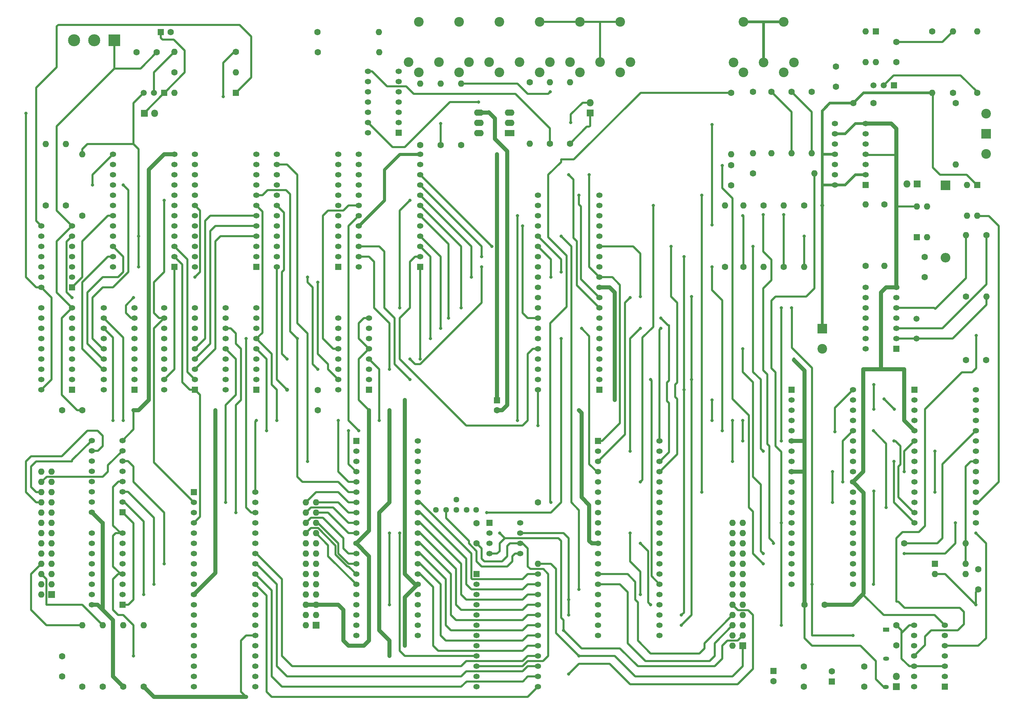
<source format=gbr>
%TF.GenerationSoftware,KiCad,Pcbnew,7.0.1*%
%TF.CreationDate,2023-10-18T16:20:57+02:00*%
%TF.ProjectId,DLP,444c502e-6b69-4636-9164-5f7063625858,rev?*%
%TF.SameCoordinates,Original*%
%TF.FileFunction,Copper,L1,Top*%
%TF.FilePolarity,Positive*%
%FSLAX46Y46*%
G04 Gerber Fmt 4.6, Leading zero omitted, Abs format (unit mm)*
G04 Created by KiCad (PCBNEW 7.0.1) date 2023-10-18 16:20:57*
%MOMM*%
%LPD*%
G01*
G04 APERTURE LIST*
%TA.AperFunction,ComponentPad*%
%ADD10R,1.600000X1.600000*%
%TD*%
%TA.AperFunction,ComponentPad*%
%ADD11O,1.600000X1.300000*%
%TD*%
%TA.AperFunction,ComponentPad*%
%ADD12O,1.600000X1.600000*%
%TD*%
%TA.AperFunction,ComponentPad*%
%ADD13C,1.440000*%
%TD*%
%TA.AperFunction,ComponentPad*%
%ADD14C,1.600000*%
%TD*%
%TA.AperFunction,ComponentPad*%
%ADD15R,2.400000X2.400000*%
%TD*%
%TA.AperFunction,ComponentPad*%
%ADD16O,2.400000X2.400000*%
%TD*%
%TA.AperFunction,ComponentPad*%
%ADD17C,1.500000*%
%TD*%
%TA.AperFunction,ComponentPad*%
%ADD18R,3.000000X3.000000*%
%TD*%
%TA.AperFunction,ComponentPad*%
%ADD19O,3.000000X3.000000*%
%TD*%
%TA.AperFunction,ComponentPad*%
%ADD20R,2.400000X1.600000*%
%TD*%
%TA.AperFunction,ComponentPad*%
%ADD21O,2.400000X1.600000*%
%TD*%
%TA.AperFunction,ComponentPad*%
%ADD22R,1.500000X1.500000*%
%TD*%
%TA.AperFunction,ComponentPad*%
%ADD23R,1.800000X1.800000*%
%TD*%
%TA.AperFunction,ComponentPad*%
%ADD24O,1.800000X1.800000*%
%TD*%
%TA.AperFunction,ComponentPad*%
%ADD25R,1.500000X1.050000*%
%TD*%
%TA.AperFunction,ComponentPad*%
%ADD26O,1.500000X1.050000*%
%TD*%
%TA.AperFunction,ComponentPad*%
%ADD27R,1.700000X1.700000*%
%TD*%
%TA.AperFunction,ComponentPad*%
%ADD28C,2.400000*%
%TD*%
%TA.AperFunction,ViaPad*%
%ADD29C,0.800000*%
%TD*%
%TA.AperFunction,ViaPad*%
%ADD30C,1.000000*%
%TD*%
%TA.AperFunction,Conductor*%
%ADD31C,0.500000*%
%TD*%
%TA.AperFunction,Conductor*%
%ADD32C,0.700000*%
%TD*%
%TA.AperFunction,Conductor*%
%ADD33C,1.000000*%
%TD*%
%TA.AperFunction,Conductor*%
%ADD34C,0.800000*%
%TD*%
G04 APERTURE END LIST*
D10*
%TO.P,D101,1*%
%TO.N,Net-(C109-Pad1)*%
X292100000Y-146040000D03*
D11*
%TO.P,D101,2*%
X292100000Y-143500000D03*
%TO.P,D101,3*%
%TO.N,Net-(C101-Pad1)*%
X292100000Y-140960000D03*
%TO.P,D101,4*%
%TO.N,Net-(C101-Pad2)*%
X292100000Y-138420000D03*
%TO.P,D101,5*%
X292100000Y-135880000D03*
%TO.P,D101,6*%
%TO.N,Net-(D102B-C)*%
X292100000Y-133340000D03*
%TO.P,D101,7,GND*%
%TO.N,105*%
X292100000Y-130800000D03*
%TO.P,D101,8*%
%TO.N,unconnected-(D101-Pad8)*%
X284480000Y-130800000D03*
%TO.P,D101,9*%
%TO.N,unconnected-(D101-Pad9)*%
X284480000Y-133340000D03*
%TO.P,D101,10*%
%TO.N,unconnected-(D101-Pad10)*%
X284480000Y-135880000D03*
%TO.P,D101,11*%
%TO.N,CS4*%
X284480000Y-138420000D03*
%TO.P,D101,12*%
%TO.N,Net-(D105-O4)*%
X284480000Y-140960000D03*
%TO.P,D101,13*%
X284480000Y-143500000D03*
%TO.P,D101,14,VCC*%
%TO.N,104*%
X284480000Y-146040000D03*
%TD*%
D10*
%TO.P,D102,1,~{R}*%
%TO.N,104*%
X304120000Y-229870000D03*
D11*
%TO.P,D102,2,D*%
%TO.N,Net-(D102A-D)*%
X304120000Y-227330000D03*
%TO.P,D102,3,C*%
%TO.N,Net-(D102A-C)*%
X304120000Y-224790000D03*
%TO.P,D102,4,~{S}*%
%TO.N,104*%
X304120000Y-222250000D03*
%TO.P,D102,5,Q*%
%TO.N,RxTxCB*%
X304120000Y-219710000D03*
%TO.P,D102,6,~{Q}*%
%TO.N,Net-(D102A-D)*%
X304120000Y-217170000D03*
%TO.P,D102,7,GND*%
%TO.N,105*%
X304120000Y-214630000D03*
%TO.P,D102,8,~{Q}*%
%TO.N,Net-(D102A-C)*%
X296500000Y-214630000D03*
%TO.P,D102,9,Q*%
%TO.N,CLOCK*%
X296500000Y-217170000D03*
%TO.P,D102,10,~{S}*%
%TO.N,104*%
X296500000Y-219710000D03*
%TO.P,D102,11,C*%
%TO.N,Net-(D102B-C)*%
X296500000Y-222250000D03*
%TO.P,D102,12,D*%
%TO.N,Net-(D102A-C)*%
X296500000Y-224790000D03*
%TO.P,D102,13,~{R}*%
%TO.N,104*%
X296500000Y-227330000D03*
%TO.P,D102,14,VCC*%
X296500000Y-229870000D03*
%TD*%
D10*
%TO.P,D104,1,A11*%
%TO.N,/A11*%
X218440000Y-156210000D03*
D11*
%TO.P,D104,2,A12*%
%TO.N,/A12*%
X218440000Y-153670000D03*
%TO.P,D104,3,A13*%
%TO.N,/A13*%
X218440000Y-151130000D03*
%TO.P,D104,4,A14*%
%TO.N,unconnected-(D104-A14-Pad4)*%
X218440000Y-148590000D03*
%TO.P,D104,5,A15*%
%TO.N,unconnected-(D104-A15-Pad5)*%
X218440000Y-146050000D03*
%TO.P,D104,6,~{CLK}*%
%TO.N,CLOCK*%
X218440000Y-143510000D03*
%TO.P,D104,7,D4*%
%TO.N,/D4*%
X218440000Y-140970000D03*
%TO.P,D104,8,D3*%
%TO.N,/D3*%
X218440000Y-138430000D03*
%TO.P,D104,9,D5*%
%TO.N,/D5*%
X218440000Y-135890000D03*
%TO.P,D104,10,D6*%
%TO.N,/D6*%
X218440000Y-133350000D03*
%TO.P,D104,11,VCC*%
%TO.N,104*%
X218440000Y-130810000D03*
%TO.P,D104,12,D2*%
%TO.N,/D2*%
X218440000Y-128270000D03*
%TO.P,D104,13,D7*%
%TO.N,/D7*%
X218440000Y-125730000D03*
%TO.P,D104,14,D0*%
%TO.N,/D0*%
X218440000Y-123190000D03*
%TO.P,D104,15,D1*%
%TO.N,/D1*%
X218440000Y-120650000D03*
%TO.P,D104,16,~{INT}*%
%TO.N,/INT*%
X218440000Y-118110000D03*
%TO.P,D104,17,~{NMI}*%
%TO.N,NMI_SW*%
X218440000Y-115570000D03*
%TO.P,D104,18,~{HALT}*%
%TO.N,103*%
X218440000Y-113030000D03*
%TO.P,D104,19,~{MREQ}*%
%TO.N,Net-(D104-~{MREQ})*%
X218440000Y-110490000D03*
%TO.P,D104,20,~{IORQ}*%
%TO.N,/IORQ*%
X218440000Y-107950000D03*
%TO.P,D104,21,~{RD}*%
%TO.N,/RD*%
X203200000Y-107950000D03*
%TO.P,D104,22,~{WR}*%
%TO.N,/WR*%
X203200000Y-110490000D03*
%TO.P,D104,23,~{BUSACK}*%
%TO.N,unconnected-(D104-~{BUSACK}-Pad23)*%
X203200000Y-113030000D03*
%TO.P,D104,24,~{WAIT}*%
%TO.N,Net-(D104-~{WAIT})*%
X203200000Y-115570000D03*
%TO.P,D104,25,~{BUSRQ}*%
%TO.N,Net-(D104-~{BUSRQ})*%
X203200000Y-118110000D03*
%TO.P,D104,26,~{RESET}*%
%TO.N,/RES*%
X203200000Y-120650000D03*
%TO.P,D104,27,~{M1}*%
%TO.N,/M1*%
X203200000Y-123190000D03*
%TO.P,D104,28,~{RFSH}*%
%TO.N,Net-(D104-~{RFSH})*%
X203200000Y-125730000D03*
%TO.P,D104,29,GND*%
%TO.N,105*%
X203200000Y-128270000D03*
%TO.P,D104,30,A0*%
%TO.N,/A0*%
X203200000Y-130810000D03*
%TO.P,D104,31,A1*%
%TO.N,/A1*%
X203200000Y-133350000D03*
%TO.P,D104,32,A2*%
%TO.N,/A2*%
X203200000Y-135890000D03*
%TO.P,D104,33,A3*%
%TO.N,/A3*%
X203200000Y-138430000D03*
%TO.P,D104,34,A4*%
%TO.N,/A4*%
X203200000Y-140970000D03*
%TO.P,D104,35,A5*%
%TO.N,/A5*%
X203200000Y-143510000D03*
%TO.P,D104,36,A6*%
%TO.N,/A6*%
X203200000Y-146050000D03*
%TO.P,D104,37,A7*%
%TO.N,/A7*%
X203200000Y-148590000D03*
%TO.P,D104,38,A8*%
%TO.N,/A8*%
X203200000Y-151130000D03*
%TO.P,D104,39,A9*%
%TO.N,/A9*%
X203200000Y-153670000D03*
%TO.P,D104,40,A10*%
%TO.N,/A10*%
X203200000Y-156210000D03*
%TD*%
D10*
%TO.P,D105,1,A0*%
%TO.N,/A11*%
X161290000Y-156210000D03*
D11*
%TO.P,D105,2,A1*%
%TO.N,/A12*%
X161290000Y-153670000D03*
%TO.P,D105,3,A2*%
%TO.N,/A13*%
X161290000Y-151130000D03*
%TO.P,D105,4,E1*%
%TO.N,Net-(D104-~{MREQ})*%
X161290000Y-148590000D03*
%TO.P,D105,5,E2*%
%TO.N,105*%
X161290000Y-146050000D03*
%TO.P,D105,6,E3*%
%TO.N,Net-(D104-~{RFSH})*%
X161290000Y-143510000D03*
%TO.P,D105,7,O7*%
%TO.N,CS7*%
X161290000Y-140970000D03*
%TO.P,D105,8,GND*%
%TO.N,105*%
X161290000Y-138430000D03*
%TO.P,D105,9,O6*%
%TO.N,CS6*%
X153670000Y-138430000D03*
%TO.P,D105,10,O5*%
%TO.N,CS5*%
X153670000Y-140970000D03*
%TO.P,D105,11,O4*%
%TO.N,Net-(D105-O4)*%
X153670000Y-143510000D03*
%TO.P,D105,12,O3*%
%TO.N,CS3*%
X153670000Y-146050000D03*
%TO.P,D105,13,O2*%
%TO.N,CS2*%
X153670000Y-148590000D03*
%TO.P,D105,14,O1*%
%TO.N,CS1*%
X153670000Y-151130000D03*
%TO.P,D105,15,O0*%
%TO.N,CS0*%
X153670000Y-153670000D03*
%TO.P,D105,16,VCC*%
%TO.N,104*%
X153670000Y-156210000D03*
%TD*%
D10*
%TO.P,N101,1,VCC*%
%TO.N,104*%
X312120000Y-105410000D03*
D12*
%TO.P,N101,2,IN*%
%TO.N,Net-(N101-IN)*%
X309580000Y-105410000D03*
%TO.P,N101,3,GND*%
%TO.N,105*%
X309580000Y-113030000D03*
%TO.P,N101,4,OUT*%
%TO.N,/RES*%
X312120000Y-113030000D03*
%TD*%
D13*
%TO.P,RV45,1,1*%
%TO.N,Net-(N102-NULL-Pad5)*%
X177880000Y-186015000D03*
X180380000Y-186015000D03*
%TO.P,RV45,2,2*%
%TO.N,X120A-A2*%
X182920000Y-186015000D03*
X182920000Y-183475000D03*
%TO.P,RV45,3,3*%
%TO.N,Net-(N102-NULL-Pad1)*%
X185460000Y-186015000D03*
X187880000Y-186015000D03*
%TD*%
D10*
%TO.P,D129,1,D2*%
%TO.N,/D2*%
X158120000Y-168910000D03*
D11*
%TO.P,D129,2,D7*%
%TO.N,/D7*%
X158120000Y-171450000D03*
%TO.P,D129,3,D6*%
%TO.N,/D6*%
X158120000Y-173990000D03*
%TO.P,D129,4,~{CE}*%
%TO.N,/A2*%
X158120000Y-176530000D03*
%TO.P,D129,5,C/~{D}*%
%TO.N,/A1*%
X158120000Y-179070000D03*
%TO.P,D129,6,B/~{A}*%
%TO.N,/A0*%
X158120000Y-181610000D03*
%TO.P,D129,7,PA7*%
%TO.N,X130B-B13*%
X158120000Y-184150000D03*
%TO.P,D129,8,PA6*%
%TO.N,X130B-A13*%
X158120000Y-186690000D03*
%TO.P,D129,9,PA5*%
%TO.N,X130B-B12*%
X158120000Y-189230000D03*
%TO.P,D129,10,PA4*%
%TO.N,X130B-A12*%
X158120000Y-191770000D03*
%TO.P,D129,11,GND*%
%TO.N,105*%
X158120000Y-194310000D03*
%TO.P,D129,12,PA3*%
%TO.N,X130B-B11*%
X158120000Y-196850000D03*
%TO.P,D129,13,PA2*%
%TO.N,X130B-A11*%
X158120000Y-199390000D03*
%TO.P,D129,14,PA1*%
%TO.N,X130B-B10*%
X158120000Y-201930000D03*
%TO.P,D129,15,PA0*%
%TO.N,X130B-A10*%
X158120000Y-204470000D03*
%TO.P,D129,16,~{ASTB}*%
%TO.N,unconnected-(D129-~{ASTB}-Pad16)*%
X158120000Y-207010000D03*
%TO.P,D129,17,~{BSTB}*%
%TO.N,unconnected-(D129-~{BSTB}-Pad17)*%
X158120000Y-209550000D03*
%TO.P,D129,18,ARDY*%
%TO.N,unconnected-(D129-ARDY-Pad18)*%
X158120000Y-212090000D03*
%TO.P,D129,19,D0*%
%TO.N,/D0*%
X158120000Y-214630000D03*
%TO.P,D129,20,D1*%
%TO.N,/D1*%
X158120000Y-217170000D03*
%TO.P,D129,21,BRDY*%
%TO.N,unconnected-(D129-BRDY-Pad21)*%
X173360000Y-217170000D03*
%TO.P,D129,22,IEO*%
%TO.N,unconnected-(D129-IEO-Pad22)*%
X173360000Y-214630000D03*
%TO.P,D129,23,~{INT}*%
%TO.N,unconnected-(D129-~{INT}-Pad23)*%
X173360000Y-212090000D03*
%TO.P,D129,24,IEI*%
%TO.N,unconnected-(D129-IEI-Pad24)*%
X173360000Y-209550000D03*
%TO.P,D129,25,CLK*%
%TO.N,CLOCK*%
X173360000Y-207010000D03*
%TO.P,D129,26,VCC*%
%TO.N,104*%
X173360000Y-204470000D03*
%TO.P,D129,27,PB0*%
%TO.N,Net-(D129-PB0)*%
X173360000Y-201930000D03*
%TO.P,D129,28,PB1*%
%TO.N,Net-(D129-PB1)*%
X173360000Y-199390000D03*
%TO.P,D129,29,PB2*%
%TO.N,Net-(D129-PB2)*%
X173360000Y-196850000D03*
%TO.P,D129,30,PB3*%
%TO.N,Net-(D129-PB3)*%
X173360000Y-194310000D03*
%TO.P,D129,31,PB4*%
%TO.N,Net-(D129-PB4)*%
X173360000Y-191770000D03*
%TO.P,D129,32,PB5*%
%TO.N,Net-(D129-PB5)*%
X173360000Y-189230000D03*
%TO.P,D129,33,PB6*%
%TO.N,Net-(D129-PB6)*%
X173360000Y-186690000D03*
%TO.P,D129,34,PB7*%
%TO.N,Net-(D129-PB7)*%
X173360000Y-184150000D03*
%TO.P,D129,35,~{RD}*%
%TO.N,/RD*%
X173360000Y-181610000D03*
%TO.P,D129,36,~{IORQ}*%
%TO.N,/IORQ*%
X173360000Y-179070000D03*
%TO.P,D129,37,~{M1}*%
%TO.N,/M1*%
X173360000Y-176530000D03*
%TO.P,D129,38,D5*%
%TO.N,/D5*%
X173360000Y-173990000D03*
%TO.P,D129,39,D4*%
%TO.N,/D4*%
X173360000Y-171450000D03*
%TO.P,D129,40,D3*%
%TO.N,/D3*%
X173360000Y-168910000D03*
%TD*%
D10*
%TO.P,D130,1,D2*%
%TO.N,/D2*%
X218120000Y-168910000D03*
D11*
%TO.P,D130,2,D7*%
%TO.N,/D7*%
X218120000Y-171450000D03*
%TO.P,D130,3,D6*%
%TO.N,/D6*%
X218120000Y-173990000D03*
%TO.P,D130,4,~{CE}*%
%TO.N,/A5*%
X218120000Y-176530000D03*
%TO.P,D130,5,C/~{D}*%
%TO.N,/A1*%
X218120000Y-179070000D03*
%TO.P,D130,6,B/~{A}*%
%TO.N,/A0*%
X218120000Y-181610000D03*
%TO.P,D130,7,PA7*%
%TO.N,MBI*%
X218120000Y-184150000D03*
%TO.P,D130,8,PA6*%
%TO.N,X120A-B13*%
X218120000Y-186690000D03*
%TO.P,D130,9,PA5*%
%TO.N,X120A-B12*%
X218120000Y-189230000D03*
%TO.P,D130,10,PA4*%
%TO.N,Net-(D130-PA4)*%
X218120000Y-191770000D03*
%TO.P,D130,11,GND*%
%TO.N,105*%
X218120000Y-194310000D03*
%TO.P,D130,12,PA3*%
%TO.N,unconnected-(D130-PA3-Pad12)*%
X218120000Y-196850000D03*
%TO.P,D130,13,PA2*%
%TO.N,unconnected-(D130-PA2-Pad13)*%
X218120000Y-199390000D03*
%TO.P,D130,14,PA1*%
%TO.N,X120A-B4*%
X218120000Y-201930000D03*
%TO.P,D130,15,PA0*%
%TO.N,X120A-B3*%
X218120000Y-204470000D03*
%TO.P,D130,16,~{ASTB}*%
%TO.N,unconnected-(D130-~{ASTB}-Pad16)*%
X218120000Y-207010000D03*
%TO.P,D130,17,~{BSTB}*%
%TO.N,unconnected-(D130-~{BSTB}-Pad17)*%
X218120000Y-209550000D03*
%TO.P,D130,18,ARDY*%
%TO.N,unconnected-(D130-ARDY-Pad18)*%
X218120000Y-212090000D03*
%TO.P,D130,19,D0*%
%TO.N,/D0*%
X218120000Y-214630000D03*
%TO.P,D130,20,D1*%
%TO.N,/D1*%
X218120000Y-217170000D03*
%TO.P,D130,21,BRDY*%
%TO.N,unconnected-(D130-BRDY-Pad21)*%
X233360000Y-217170000D03*
%TO.P,D130,22,IEO*%
%TO.N,unconnected-(D130-IEO-Pad22)*%
X233360000Y-214630000D03*
%TO.P,D130,23,~{INT}*%
%TO.N,/INT*%
X233360000Y-212090000D03*
%TO.P,D130,24,IEI*%
%TO.N,/I2*%
X233360000Y-209550000D03*
%TO.P,D130,25,CLK*%
%TO.N,CLOCK*%
X233360000Y-207010000D03*
%TO.P,D130,26,VCC*%
%TO.N,104*%
X233360000Y-204470000D03*
%TO.P,D130,27,PB0*%
%TO.N,X120A-B8*%
X233360000Y-201930000D03*
%TO.P,D130,28,PB1*%
%TO.N,X120A-B9*%
X233360000Y-199390000D03*
%TO.P,D130,29,PB2*%
%TO.N,X120A-B10*%
X233360000Y-196850000D03*
%TO.P,D130,30,PB3*%
%TO.N,X120A-A10*%
X233360000Y-194310000D03*
%TO.P,D130,31,PB4*%
%TO.N,X120A-B11*%
X233360000Y-191770000D03*
%TO.P,D130,32,PB5*%
%TO.N,X120A-B7*%
X233360000Y-189230000D03*
%TO.P,D130,33,PB6*%
%TO.N,X120A-A12*%
X233360000Y-186690000D03*
%TO.P,D130,34,PB7*%
%TO.N,X120A-A13*%
X233360000Y-184150000D03*
%TO.P,D130,35,~{RD}*%
%TO.N,/RD*%
X233360000Y-181610000D03*
%TO.P,D130,36,~{IORQ}*%
%TO.N,/IORQ*%
X233360000Y-179070000D03*
%TO.P,D130,37,~{M1}*%
%TO.N,/M1*%
X233360000Y-176530000D03*
%TO.P,D130,38,D5*%
%TO.N,/D5*%
X233360000Y-173990000D03*
%TO.P,D130,39,D4*%
%TO.N,/D4*%
X233360000Y-171450000D03*
%TO.P,D130,40,D3*%
%TO.N,/D3*%
X233360000Y-168910000D03*
%TD*%
D10*
%TO.P,D122,1,D2*%
%TO.N,/D2*%
X117880000Y-181610000D03*
D11*
%TO.P,D122,2,D7*%
%TO.N,/D7*%
X117880000Y-184150000D03*
%TO.P,D122,3,D6*%
%TO.N,/D6*%
X117880000Y-186690000D03*
%TO.P,D122,4,~{CE}*%
%TO.N,/A6*%
X117880000Y-189230000D03*
%TO.P,D122,5,C/~{D}*%
%TO.N,/A1*%
X117880000Y-191770000D03*
%TO.P,D122,6,B/~{A}*%
%TO.N,/A0*%
X117880000Y-194310000D03*
%TO.P,D122,7,PA7*%
%TO.N,X120A-B6*%
X117880000Y-196850000D03*
%TO.P,D122,8,PA6*%
%TO.N,X120A-A9*%
X117880000Y-199390000D03*
%TO.P,D122,9,PA5*%
%TO.N,X120A-A8*%
X117880000Y-201930000D03*
%TO.P,D122,10,PA4*%
%TO.N,X120A-A7*%
X117880000Y-204470000D03*
%TO.P,D122,11,GND*%
%TO.N,105*%
X117880000Y-207010000D03*
%TO.P,D122,12,PA3*%
%TO.N,X160M-B4*%
X117880000Y-209550000D03*
%TO.P,D122,13,PA2*%
%TO.N,X160M-B3*%
X117880000Y-212090000D03*
%TO.P,D122,14,PA1*%
%TO.N,X160M-B2*%
X117880000Y-214630000D03*
%TO.P,D122,15,PA0*%
%TO.N,X160M-B1*%
X117880000Y-217170000D03*
%TO.P,D122,16,~{ASTB}*%
%TO.N,unconnected-(D122-~{ASTB}-Pad16)*%
X117880000Y-219710000D03*
%TO.P,D122,17,~{BSTB}*%
%TO.N,unconnected-(D122-~{BSTB}-Pad17)*%
X117880000Y-222250000D03*
%TO.P,D122,18,ARDY*%
%TO.N,unconnected-(D122-ARDY-Pad18)*%
X117880000Y-224790000D03*
%TO.P,D122,19,D0*%
%TO.N,/D0*%
X117880000Y-227330000D03*
%TO.P,D122,20,D1*%
%TO.N,/D1*%
X117880000Y-229870000D03*
%TO.P,D122,21,BRDY*%
%TO.N,unconnected-(D122-BRDY-Pad21)*%
X133120000Y-229870000D03*
%TO.P,D122,22,IEO*%
%TO.N,unconnected-(D122-IEO-Pad22)*%
X133120000Y-227330000D03*
%TO.P,D122,23,~{INT}*%
%TO.N,unconnected-(D122-~{INT}-Pad23)*%
X133120000Y-224790000D03*
%TO.P,D122,24,IEI*%
%TO.N,unconnected-(D122-IEI-Pad24)*%
X133120000Y-222250000D03*
%TO.P,D122,25,CLK*%
%TO.N,CLOCK*%
X133120000Y-219710000D03*
%TO.P,D122,26,VCC*%
%TO.N,104*%
X133120000Y-217170000D03*
%TO.P,D122,27,PB0*%
%TO.N,X130B-B1*%
X133120000Y-214630000D03*
%TO.P,D122,28,PB1*%
%TO.N,X130B-A1*%
X133120000Y-212090000D03*
%TO.P,D122,29,PB2*%
%TO.N,X130B-B2*%
X133120000Y-209550000D03*
%TO.P,D122,30,PB3*%
%TO.N,X130B-A2*%
X133120000Y-207010000D03*
%TO.P,D122,31,PB4*%
%TO.N,U0*%
X133120000Y-204470000D03*
%TO.P,D122,32,PB5*%
%TO.N,U1*%
X133120000Y-201930000D03*
%TO.P,D122,33,PB6*%
%TO.N,U2*%
X133120000Y-199390000D03*
%TO.P,D122,34,PB7*%
%TO.N,U3*%
X133120000Y-196850000D03*
%TO.P,D122,35,~{RD}*%
%TO.N,/RD*%
X133120000Y-194310000D03*
%TO.P,D122,36,~{IORQ}*%
%TO.N,/IORQ*%
X133120000Y-191770000D03*
%TO.P,D122,37,~{M1}*%
%TO.N,/M1*%
X133120000Y-189230000D03*
%TO.P,D122,38,D5*%
%TO.N,/D5*%
X133120000Y-186690000D03*
%TO.P,D122,39,D4*%
%TO.N,/D4*%
X133120000Y-184150000D03*
%TO.P,D122,40,D3*%
%TO.N,/D3*%
X133120000Y-181610000D03*
%TD*%
D10*
%TO.P,D114,1,A6*%
%TO.N,/A6*%
X118110000Y-156210000D03*
D11*
%TO.P,D114,2,A5*%
%TO.N,/A5*%
X118110000Y-153670000D03*
%TO.P,D114,3,A4*%
%TO.N,/A4*%
X118110000Y-151130000D03*
%TO.P,D114,4,A3*%
%TO.N,/A3*%
X118110000Y-148590000D03*
%TO.P,D114,5,A2*%
%TO.N,/A2*%
X118110000Y-146050000D03*
%TO.P,D114,6,A1*%
%TO.N,/A1*%
X118110000Y-143510000D03*
%TO.P,D114,7,A0*%
%TO.N,/A0*%
X118110000Y-140970000D03*
%TO.P,D114,8,~{CS}*%
%TO.N,Net-(D112-~{CS})*%
X118110000Y-138430000D03*
%TO.P,D114,9,GND*%
%TO.N,105*%
X118110000Y-135890000D03*
%TO.P,D114,10,~{WE}*%
%TO.N,/WR*%
X110490000Y-135890000D03*
%TO.P,D114,11,D3/7*%
%TO.N,/D7*%
X110490000Y-138430000D03*
%TO.P,D114,12,D2/6*%
%TO.N,/D6*%
X110490000Y-140970000D03*
%TO.P,D114,13,D1/5*%
%TO.N,/D5*%
X110490000Y-143510000D03*
%TO.P,D114,14,D0/4*%
%TO.N,/D4*%
X110490000Y-146050000D03*
%TO.P,D114,15,A9*%
%TO.N,/A9*%
X110490000Y-148590000D03*
%TO.P,D114,16,A8*%
%TO.N,/A8*%
X110490000Y-151130000D03*
%TO.P,D114,17,A7*%
%TO.N,/A7*%
X110490000Y-153670000D03*
%TO.P,D114,18,VCC*%
%TO.N,Net-(D112-VCC)*%
X110490000Y-156210000D03*
%TD*%
D10*
%TO.P,D112,1,A6*%
%TO.N,/A6*%
X87630000Y-156210000D03*
D11*
%TO.P,D112,2,A5*%
%TO.N,/A5*%
X87630000Y-153670000D03*
%TO.P,D112,3,A4*%
%TO.N,/A4*%
X87630000Y-151130000D03*
%TO.P,D112,4,A3*%
%TO.N,/A3*%
X87630000Y-148590000D03*
%TO.P,D112,5,A2*%
%TO.N,/A2*%
X87630000Y-146050000D03*
%TO.P,D112,6,A1*%
%TO.N,/A1*%
X87630000Y-143510000D03*
%TO.P,D112,7,A0*%
%TO.N,/A0*%
X87630000Y-140970000D03*
%TO.P,D112,8,~{CS}*%
%TO.N,Net-(D112-~{CS})*%
X87630000Y-138430000D03*
%TO.P,D112,9,GND*%
%TO.N,105*%
X87630000Y-135890000D03*
%TO.P,D112,10,~{WE}*%
%TO.N,/WR*%
X80010000Y-135890000D03*
%TO.P,D112,11,D3/7*%
%TO.N,/D3*%
X80010000Y-138430000D03*
%TO.P,D112,12,D2/6*%
%TO.N,/D2*%
X80010000Y-140970000D03*
%TO.P,D112,13,D1/5*%
%TO.N,/D1*%
X80010000Y-143510000D03*
%TO.P,D112,14,D0/4*%
%TO.N,/D0*%
X80010000Y-146050000D03*
%TO.P,D112,15,A9*%
%TO.N,/A9*%
X80010000Y-148590000D03*
%TO.P,D112,16,A8*%
%TO.N,/A8*%
X80010000Y-151130000D03*
%TO.P,D112,17,A7*%
%TO.N,/A7*%
X80010000Y-153670000D03*
%TO.P,D112,18,VCC*%
%TO.N,Net-(D112-VCC)*%
X80010000Y-156210000D03*
%TD*%
D10*
%TO.P,D115,1,A6*%
%TO.N,/A6*%
X133350000Y-156210000D03*
D11*
%TO.P,D115,2,A5*%
%TO.N,/A5*%
X133350000Y-153670000D03*
%TO.P,D115,3,A4*%
%TO.N,/A4*%
X133350000Y-151130000D03*
%TO.P,D115,4,A3*%
%TO.N,/A3*%
X133350000Y-148590000D03*
%TO.P,D115,5,A2*%
%TO.N,/A2*%
X133350000Y-146050000D03*
%TO.P,D115,6,A1*%
%TO.N,/A1*%
X133350000Y-143510000D03*
%TO.P,D115,7,A0*%
%TO.N,/A0*%
X133350000Y-140970000D03*
%TO.P,D115,8,~{CS}*%
%TO.N,Net-(D113-~{CS})*%
X133350000Y-138430000D03*
%TO.P,D115,9,GND*%
%TO.N,105*%
X133350000Y-135890000D03*
%TO.P,D115,10,~{WE}*%
%TO.N,/WR*%
X125730000Y-135890000D03*
%TO.P,D115,11,D3/7*%
%TO.N,/D7*%
X125730000Y-138430000D03*
%TO.P,D115,12,D2/6*%
%TO.N,/D6*%
X125730000Y-140970000D03*
%TO.P,D115,13,D1/5*%
%TO.N,/D5*%
X125730000Y-143510000D03*
%TO.P,D115,14,D0/4*%
%TO.N,/D4*%
X125730000Y-146050000D03*
%TO.P,D115,15,A9*%
%TO.N,/A9*%
X125730000Y-148590000D03*
%TO.P,D115,16,A8*%
%TO.N,/A8*%
X125730000Y-151130000D03*
%TO.P,D115,17,A7*%
%TO.N,/A7*%
X125730000Y-153670000D03*
%TO.P,D115,18,VCC*%
%TO.N,Net-(D112-VCC)*%
X125730000Y-156210000D03*
%TD*%
D10*
%TO.P,D113,1,A6*%
%TO.N,/A6*%
X103120000Y-156210000D03*
D11*
%TO.P,D113,2,A5*%
%TO.N,/A5*%
X103120000Y-153670000D03*
%TO.P,D113,3,A4*%
%TO.N,/A4*%
X103120000Y-151130000D03*
%TO.P,D113,4,A3*%
%TO.N,/A3*%
X103120000Y-148590000D03*
%TO.P,D113,5,A2*%
%TO.N,/A2*%
X103120000Y-146050000D03*
%TO.P,D113,6,A1*%
%TO.N,/A1*%
X103120000Y-143510000D03*
%TO.P,D113,7,A0*%
%TO.N,/A0*%
X103120000Y-140970000D03*
%TO.P,D113,8,~{CS}*%
%TO.N,Net-(D113-~{CS})*%
X103120000Y-138430000D03*
%TO.P,D113,9,GND*%
%TO.N,105*%
X103120000Y-135890000D03*
%TO.P,D113,10,~{WE}*%
%TO.N,/WR*%
X95500000Y-135890000D03*
%TO.P,D113,11,D3/7*%
%TO.N,/D3*%
X95500000Y-138430000D03*
%TO.P,D113,12,D2/6*%
%TO.N,/D2*%
X95500000Y-140970000D03*
%TO.P,D113,13,D1/5*%
%TO.N,/D1*%
X95500000Y-143510000D03*
%TO.P,D113,14,D0/4*%
%TO.N,/D0*%
X95500000Y-146050000D03*
%TO.P,D113,15,A9*%
%TO.N,/A9*%
X95500000Y-148590000D03*
%TO.P,D113,16,A8*%
%TO.N,/A8*%
X95500000Y-151130000D03*
%TO.P,D113,17,A7*%
%TO.N,/A7*%
X95500000Y-153670000D03*
%TO.P,D113,18,VCC*%
%TO.N,Net-(D112-VCC)*%
X95500000Y-156210000D03*
%TD*%
D10*
%TO.P,D117,1*%
%TO.N,/A10*%
X87630000Y-130810000D03*
D11*
%TO.P,D117,2*%
%TO.N,CS4*%
X87630000Y-128270000D03*
%TO.P,D117,3*%
X87630000Y-125730000D03*
%TO.P,D117,4*%
%TO.N,Net-(D1-K)*%
X87630000Y-123190000D03*
%TO.P,D117,5*%
%TO.N,Net-(D117-Pad10)*%
X87630000Y-120650000D03*
%TO.P,D117,6*%
%TO.N,Net-(D113-~{CS})*%
X87630000Y-118110000D03*
%TO.P,D117,7,VSS*%
%TO.N,105*%
X87630000Y-115570000D03*
%TO.P,D117,8*%
%TO.N,Net-(D1-K)*%
X80010000Y-115570000D03*
%TO.P,D117,9*%
%TO.N,Net-(D112-~{CS})*%
X80010000Y-118110000D03*
%TO.P,D117,10*%
%TO.N,Net-(D117-Pad10)*%
X80010000Y-120650000D03*
%TO.P,D117,11*%
%TO.N,/A10*%
X80010000Y-123190000D03*
%TO.P,D117,12*%
%TO.N,Net-(D112-VCC)*%
X80010000Y-125730000D03*
%TO.P,D117,13*%
X80010000Y-128270000D03*
%TO.P,D117,14,VDD*%
X80010000Y-130810000D03*
%TD*%
D10*
%TO.P,D116,1,D4*%
%TO.N,/D4*%
X296545000Y-156210000D03*
D11*
%TO.P,D116,2,D5*%
%TO.N,/D5*%
X296545000Y-158750000D03*
%TO.P,D116,3,D6*%
%TO.N,/D6*%
X296545000Y-161290000D03*
%TO.P,D116,4,D7*%
%TO.N,/D7*%
X296545000Y-163830000D03*
%TO.P,D116,5,GND*%
%TO.N,105*%
X296545000Y-166370000D03*
%TO.P,D116,6,~{RD}*%
%TO.N,/RD*%
X296545000Y-168910000D03*
%TO.P,D116,7*%
%TO.N,N/C*%
X296545000Y-171450000D03*
%TO.P,D116,8*%
X296545000Y-173990000D03*
%TO.P,D116,9*%
X296545000Y-176530000D03*
%TO.P,D116,10,~{IORQ}*%
%TO.N,/IORQ*%
X296545000Y-179070000D03*
%TO.P,D116,11,IEO*%
%TO.N,/I2*%
X296545000Y-181610000D03*
%TO.P,D116,12,~{INT}*%
%TO.N,/INT*%
X296545000Y-184150000D03*
%TO.P,D116,13,IEI*%
%TO.N,/I1*%
X296545000Y-186690000D03*
%TO.P,D116,14,~{M1}*%
%TO.N,/M1*%
X296545000Y-189230000D03*
%TO.P,D116,15,CP*%
%TO.N,CLOCK*%
X311785000Y-189230000D03*
%TO.P,D116,16,~{CE}*%
%TO.N,/A7*%
X311785000Y-186690000D03*
%TO.P,D116,17,~{RES}*%
%TO.N,/RES*%
X311785000Y-184150000D03*
%TO.P,D116,18,KS0*%
%TO.N,/A0*%
X311785000Y-181610000D03*
%TO.P,D116,19,KS1*%
%TO.N,/A1*%
X311785000Y-179070000D03*
%TO.P,D116,20,C3*%
%TO.N,unconnected-(D116-C3-Pad20)*%
X311785000Y-176530000D03*
%TO.P,D116,21,C2*%
%TO.N,/KAL*%
X311785000Y-173990000D03*
%TO.P,D116,22,C1*%
%TO.N,MBI*%
X311785000Y-171450000D03*
%TO.P,D116,23,C0*%
%TO.N,110*%
X311785000Y-168910000D03*
%TO.P,D116,24,VCC*%
%TO.N,104*%
X311785000Y-166370000D03*
%TO.P,D116,25,D0*%
%TO.N,/D0*%
X311785000Y-163830000D03*
%TO.P,D116,26,D1*%
%TO.N,/D1*%
X311785000Y-161290000D03*
%TO.P,D116,27,D2*%
%TO.N,/D2*%
X311785000Y-158750000D03*
%TO.P,D116,28,D3*%
%TO.N,/D3*%
X311785000Y-156210000D03*
%TD*%
D10*
%TO.P,N105,1,VCC*%
%TO.N,104*%
X301625000Y-199390000D03*
D12*
%TO.P,N105,2,IN*%
%TO.N,X120A-A5*%
X301625000Y-201930000D03*
%TO.P,N105,3,GND*%
%TO.N,105*%
X309245000Y-201930000D03*
%TO.P,N105,4,OUT*%
%TO.N,/KAL*%
X309245000Y-199390000D03*
%TD*%
D10*
%TO.P,N102,1,NULL*%
%TO.N,Net-(N102-NULL-Pad1)*%
X191145000Y-189230000D03*
D11*
%TO.P,N102,2,-*%
%TO.N,Net-(N102--)*%
X191145000Y-191770000D03*
%TO.P,N102,3,+*%
%TO.N,Net-(N102-+)*%
X191145000Y-194310000D03*
%TO.P,N102,4,V-*%
%TO.N,X120A-A2*%
X191145000Y-196850000D03*
%TO.P,N102,5,NULL*%
%TO.N,Net-(N102-NULL-Pad5)*%
X198765000Y-196850000D03*
%TO.P,N102,6*%
%TO.N,X120A-A11*%
X198765000Y-194310000D03*
%TO.P,N102,7,V+*%
%TO.N,X120A-B2*%
X198765000Y-191770000D03*
%TO.P,N102,8,NC*%
%TO.N,unconnected-(N102-NC-Pad8)*%
X198765000Y-189230000D03*
%TD*%
D14*
%TO.P,C105,1*%
%TO.N,104*%
X299120000Y-123270000D03*
%TO.P,C105,2*%
%TO.N,105*%
X299120000Y-128270000D03*
%TD*%
%TO.P,C101,1*%
%TO.N,Net-(C101-Pad1)*%
X314372000Y-148844000D03*
%TO.P,C101,2*%
%TO.N,Net-(C101-Pad2)*%
X309372000Y-148844000D03*
%TD*%
D15*
%TO.P,C102,1*%
%TO.N,Net-(N101-IN)*%
X304292000Y-105444000D03*
D16*
%TO.P,C102,2*%
%TO.N,105*%
X304292000Y-123444000D03*
%TD*%
D10*
%TO.P,C103,1*%
%TO.N,104*%
X193040000Y-158790000D03*
D14*
%TO.P,C103,2*%
%TO.N,105*%
X193040000Y-161290000D03*
%TD*%
%TO.P,C104,1*%
%TO.N,Net-(V104-A)*%
X292100000Y-219630000D03*
%TO.P,C104,2*%
%TO.N,Net-(D102A-C)*%
X292100000Y-214630000D03*
%TD*%
D17*
%TO.P,C109,1,1*%
%TO.N,Net-(C109-Pad1)*%
X297120000Y-143500000D03*
%TO.P,C109,2,2*%
%TO.N,Net-(D102B-C)*%
X297120000Y-138620000D03*
%TD*%
D14*
%TO.P,C110,1*%
%TO.N,105*%
X108620000Y-72500000D03*
%TO.P,C110,2*%
%TO.N,Net-(D112-VCC)*%
X103620000Y-72500000D03*
%TD*%
D10*
%TO.P,C111,1*%
%TO.N,Net-(D112-VCC)*%
X109620000Y-67500000D03*
D14*
%TO.P,C111,2*%
%TO.N,105*%
X112120000Y-67500000D03*
%TD*%
%TO.P,C114,1*%
%TO.N,105*%
X274280000Y-209500000D03*
%TO.P,C114,2*%
%TO.N,104*%
X269280000Y-209500000D03*
%TD*%
%TO.P,C130,1*%
%TO.N,105*%
X85120000Y-222330000D03*
%TO.P,C130,2*%
%TO.N,104*%
X85120000Y-227330000D03*
%TD*%
%TO.P,C132,1*%
%TO.N,105*%
X90170000Y-161290000D03*
%TO.P,C132,2*%
%TO.N,Net-(D112-VCC)*%
X85170000Y-161290000D03*
%TD*%
%TO.P,C134,1*%
%TO.N,105*%
X292100000Y-74890000D03*
%TO.P,C134,2*%
%TO.N,Net-(N103-IN)*%
X292100000Y-69890000D03*
%TD*%
D10*
%TO.P,C142,1*%
%TO.N,X120A-B2*%
X261620000Y-226000000D03*
D14*
%TO.P,C142,2*%
%TO.N,105*%
X261620000Y-228500000D03*
%TD*%
%TO.P,C143,1*%
%TO.N,105*%
X269120000Y-229830000D03*
%TO.P,C143,2*%
%TO.N,X120A-B2*%
X269120000Y-224830000D03*
%TD*%
D10*
%TO.P,C144,1*%
%TO.N,105*%
X276120000Y-228560000D03*
D14*
%TO.P,C144,2*%
%TO.N,X120A-A2*%
X276120000Y-226060000D03*
%TD*%
%TO.P,C145,1*%
%TO.N,X120A-A2*%
X284120000Y-224830000D03*
%TO.P,C145,2*%
%TO.N,105*%
X284120000Y-229830000D03*
%TD*%
%TO.P,C146,1*%
%TO.N,Net-(C146-Pad1)*%
X251120000Y-100500000D03*
%TO.P,C146,2*%
%TO.N,105*%
X251120000Y-105500000D03*
%TD*%
%TO.P,C147,1*%
%TO.N,Net-(C147-Pad1)*%
X277120000Y-76000000D03*
%TO.P,C147,2*%
%TO.N,Net-(C147-Pad2)*%
X277120000Y-81000000D03*
%TD*%
%TO.P,C148,1*%
%TO.N,104*%
X281385000Y-85090000D03*
%TO.P,C148,2*%
%TO.N,105*%
X286385000Y-85090000D03*
%TD*%
%TO.P,C149,1*%
%TO.N,105*%
X312420000Y-200740000D03*
%TO.P,C149,2*%
%TO.N,X120A-A5*%
X312420000Y-205740000D03*
%TD*%
%TO.P,C150,1*%
%TO.N,Net-(N102--)*%
X187960000Y-189270000D03*
%TO.P,C150,2*%
%TO.N,X120A-A11*%
X187960000Y-194270000D03*
%TD*%
D10*
%TO.P,D1,1,K*%
%TO.N,Net-(D1-K)*%
X128270000Y-82550000D03*
D12*
%TO.P,D1,2,A*%
%TO.N,104*%
X113030000Y-82550000D03*
%TD*%
D10*
%TO.P,D123,1,A0*%
%TO.N,X120A-A7*%
X100120000Y-186580000D03*
D11*
%TO.P,D123,2,A1*%
%TO.N,X120A-A8*%
X100120000Y-184040000D03*
%TO.P,D123,3,A2*%
%TO.N,X120A-A9*%
X100120000Y-181500000D03*
%TO.P,D123,4,E1*%
%TO.N,105*%
X100120000Y-178960000D03*
%TO.P,D123,5,E2*%
X100120000Y-176420000D03*
%TO.P,D123,6,E3*%
%TO.N,X120A-B6*%
X100120000Y-173880000D03*
%TO.P,D123,7,O7*%
%TO.N,X160M-B12*%
X100120000Y-171340000D03*
%TO.P,D123,8,GND*%
%TO.N,105*%
X100120000Y-168800000D03*
%TO.P,D123,9,O6*%
%TO.N,X160M-B11*%
X92500000Y-168800000D03*
%TO.P,D123,10,O5*%
%TO.N,X160M-B10*%
X92500000Y-171340000D03*
%TO.P,D123,11,O4*%
%TO.N,X160M-A13*%
X92500000Y-173880000D03*
%TO.P,D123,12,O3*%
%TO.N,X160M-A12*%
X92500000Y-176420000D03*
%TO.P,D123,13,O2*%
%TO.N,X160M-A11*%
X92500000Y-178960000D03*
%TO.P,D123,14,O1*%
%TO.N,X160M-A10*%
X92500000Y-181500000D03*
%TO.P,D123,15,O0*%
%TO.N,X160M-A9*%
X92500000Y-184040000D03*
%TO.P,D123,16,VCC*%
%TO.N,104*%
X92500000Y-186580000D03*
%TD*%
D10*
%TO.P,D124,1,A0*%
%TO.N,X120A-A7*%
X100120000Y-209550000D03*
D11*
%TO.P,D124,2,A1*%
%TO.N,X120A-A8*%
X100120000Y-207010000D03*
%TO.P,D124,3,A2*%
%TO.N,X120A-A9*%
X100120000Y-204470000D03*
%TO.P,D124,4,E1*%
%TO.N,105*%
X100120000Y-201930000D03*
%TO.P,D124,5,E2*%
%TO.N,X120A-B6*%
X100120000Y-199390000D03*
%TO.P,D124,6,E3*%
%TO.N,104*%
X100120000Y-196850000D03*
%TO.P,D124,7,O7*%
%TO.N,X160M-A8*%
X100120000Y-194310000D03*
%TO.P,D124,8,GND*%
%TO.N,105*%
X100120000Y-191770000D03*
%TO.P,D124,9,O6*%
%TO.N,X160M-A7*%
X92500000Y-191770000D03*
%TO.P,D124,10,O5*%
%TO.N,X160M-A6*%
X92500000Y-194310000D03*
%TO.P,D124,11,O4*%
%TO.N,X160M-A5*%
X92500000Y-196850000D03*
%TO.P,D124,12,O3*%
%TO.N,X160M-A4*%
X92500000Y-199390000D03*
%TO.P,D124,13,O2*%
%TO.N,X160M-A3*%
X92500000Y-201930000D03*
%TO.P,D124,14,O1*%
%TO.N,X160M-A2*%
X92500000Y-204470000D03*
%TO.P,D124,15,O0*%
%TO.N,X160M-A1*%
X92500000Y-207010000D03*
%TO.P,D124,16,VCC*%
%TO.N,104*%
X92500000Y-209550000D03*
%TD*%
D10*
%TO.P,D125,1,D1*%
%TO.N,/D1*%
X266065000Y-156210000D03*
D11*
%TO.P,D125,2,D3*%
%TO.N,/D3*%
X266065000Y-158750000D03*
%TO.P,D125,3,D5*%
%TO.N,/D5*%
X266065000Y-161290000D03*
%TO.P,D125,4,D7*%
%TO.N,/D7*%
X266065000Y-163830000D03*
%TO.P,D125,5,~{INT}*%
%TO.N,/INT*%
X266065000Y-166370000D03*
%TO.P,D125,6,IEI*%
%TO.N,104*%
X266065000Y-168910000D03*
%TO.P,D125,7,IEO*%
%TO.N,/I1*%
X266065000Y-171450000D03*
%TO.P,D125,8,~{M1}*%
%TO.N,/M1*%
X266065000Y-173990000D03*
%TO.P,D125,9,VCC*%
%TO.N,104*%
X266065000Y-176530000D03*
%TO.P,D125,10,~{W/RDYA}*%
%TO.N,unconnected-(D125-~{W{slash}RDYA}-Pad10)*%
X266065000Y-179070000D03*
%TO.P,D125,11,~{SYNCA}*%
%TO.N,unconnected-(D125-~{SYNCA}-Pad11)*%
X266065000Y-181610000D03*
%TO.P,D125,12,RxDA*%
%TO.N,unconnected-(D125-RxDA-Pad12)*%
X266065000Y-184150000D03*
%TO.P,D125,13,~{RxCA}*%
%TO.N,unconnected-(D125-~{RxCA}-Pad13)*%
X266065000Y-186690000D03*
%TO.P,D125,14,~{TxCA}*%
%TO.N,unconnected-(D125-~{TxCA}-Pad14)*%
X266065000Y-189230000D03*
%TO.P,D125,15,TxDA*%
%TO.N,unconnected-(D125-TxDA-Pad15)*%
X266065000Y-191770000D03*
%TO.P,D125,16,~{DTRA}*%
%TO.N,unconnected-(D125-~{DTRA}-Pad16)*%
X266065000Y-194310000D03*
%TO.P,D125,17,~{RTSA}*%
%TO.N,unconnected-(D125-~{RTSA}-Pad17)*%
X266065000Y-196850000D03*
%TO.P,D125,18,~{CTSA}*%
%TO.N,unconnected-(D125-~{CTSA}-Pad18)*%
X266065000Y-199390000D03*
%TO.P,D125,19,~{DCDA}*%
%TO.N,unconnected-(D125-~{DCDA}-Pad19)*%
X266065000Y-201930000D03*
%TO.P,D125,20,CLK*%
%TO.N,CLOCK*%
X266065000Y-204470000D03*
%TO.P,D125,21,~{RES}*%
%TO.N,/RES*%
X281305000Y-204470000D03*
%TO.P,D125,22,~{DCDB}*%
%TO.N,unconnected-(D125-~{DCDB}-Pad22)*%
X281305000Y-201930000D03*
%TO.P,D125,23,~{CTSB}*%
%TO.N,unconnected-(D125-~{CTSB}-Pad23)*%
X281305000Y-199390000D03*
%TO.P,D125,24,~{RTSB}*%
%TO.N,unconnected-(D125-~{RTSB}-Pad24)*%
X281305000Y-196850000D03*
%TO.P,D125,25,~{DTRB}*%
%TO.N,unconnected-(D125-~{DTRB}-Pad25)*%
X281305000Y-194310000D03*
%TO.P,D125,26,TxDB*%
%TO.N,Net-(D125-TxDB)*%
X281305000Y-191770000D03*
%TO.P,D125,27,~{RxTxCB}*%
%TO.N,RxTxCB*%
X281305000Y-189230000D03*
%TO.P,D125,28,RxDB*%
%TO.N,MIDI-Rx*%
X281305000Y-186690000D03*
%TO.P,D125,29,~{SYNCB}*%
%TO.N,unconnected-(D125-~{SYNCB}-Pad29)*%
X281305000Y-184150000D03*
%TO.P,D125,30,~{W/RDYB}*%
%TO.N,unconnected-(D125-~{W{slash}RDYB}-Pad30)*%
X281305000Y-181610000D03*
%TO.P,D125,31,GND*%
%TO.N,105*%
X281305000Y-179070000D03*
%TO.P,D125,32,~{RD}*%
%TO.N,/RD*%
X281305000Y-176530000D03*
%TO.P,D125,33,C/~{D}*%
%TO.N,/A1*%
X281305000Y-173990000D03*
%TO.P,D125,34,B/~{A}*%
%TO.N,/A0*%
X281305000Y-171450000D03*
%TO.P,D125,35,~{CE}*%
%TO.N,/A3*%
X281305000Y-168910000D03*
%TO.P,D125,36,~{IORQ}*%
%TO.N,/IORQ*%
X281305000Y-166370000D03*
%TO.P,D125,37,D6*%
%TO.N,/D6*%
X281305000Y-163830000D03*
%TO.P,D125,38,D4*%
%TO.N,/D4*%
X281305000Y-161290000D03*
%TO.P,D125,39,D2*%
%TO.N,/D2*%
X281305000Y-158750000D03*
%TO.P,D125,40,D0*%
%TO.N,/D0*%
X281305000Y-156210000D03*
%TD*%
D10*
%TO.P,D131,1,A6*%
%TO.N,Net-(D131-A2)*%
X284480000Y-105410000D03*
D11*
%TO.P,D131,2,A5*%
%TO.N,104*%
X284480000Y-102870000D03*
%TO.P,D131,3,A4*%
%TO.N,Net-(D131-A4)*%
X284480000Y-100330000D03*
%TO.P,D131,4,A3*%
%TO.N,105*%
X284480000Y-97790000D03*
%TO.P,D131,5,A2*%
%TO.N,Net-(D131-A2)*%
X284480000Y-95250000D03*
%TO.P,D131,6,A1*%
%TO.N,Net-(D131-A1)*%
X284480000Y-92710000D03*
%TO.P,D131,7,GND*%
%TO.N,105*%
X284480000Y-90170000D03*
%TO.P,D131,8,~{CS}*%
%TO.N,Net-(D131-D1{slash}5)*%
X276860000Y-90170000D03*
%TO.P,D131,9,A0*%
%TO.N,105*%
X276860000Y-92710000D03*
%TO.P,D131,10,~{WE}*%
%TO.N,Net-(D131-D1{slash}5)*%
X276860000Y-95250000D03*
%TO.P,D131,11,D3/7*%
%TO.N,104*%
X276860000Y-97790000D03*
%TO.P,D131,12,D2/6*%
%TO.N,MBI*%
X276860000Y-100330000D03*
%TO.P,D131,13,D1/5*%
%TO.N,Net-(D131-D1{slash}5)*%
X276860000Y-102870000D03*
%TO.P,D131,14,VCC*%
%TO.N,104*%
X276860000Y-105410000D03*
%TD*%
D18*
%TO.P,J3,1,Pin_1*%
%TO.N,105*%
X98120000Y-69500000D03*
D19*
%TO.P,J3,2,Pin_2*%
%TO.N,112*%
X93120000Y-69500000D03*
%TO.P,J3,3,Pin_3*%
%TO.N,105*%
X88120000Y-69500000D03*
%TD*%
D10*
%TO.P,N103,1,VCC*%
%TO.N,104*%
X287020000Y-67310000D03*
D12*
%TO.P,N103,2,IN*%
%TO.N,Net-(N103-IN)*%
X284480000Y-67310000D03*
%TO.P,N103,3,GND*%
%TO.N,105*%
X284480000Y-74930000D03*
%TO.P,N103,4,OUT*%
%TO.N,Net-(N103-OUT)*%
X287020000Y-74930000D03*
%TD*%
D10*
%TO.P,N104,1,NC_1*%
%TO.N,unconnected-(N104-NC_1-Pad1)*%
X187960000Y-201930000D03*
D11*
%TO.P,N104,2,NC_2*%
%TO.N,unconnected-(N104-NC_2-Pad2)*%
X187960000Y-204470000D03*
%TO.P,N104,3,VCC*%
%TO.N,X120A-B2*%
X187960000Y-207010000D03*
%TO.P,N104,4,REF_OUT*%
%TO.N,X120A-B5*%
X187960000Y-209550000D03*
%TO.P,N104,5,REF_GND*%
%TO.N,105*%
X187960000Y-212090000D03*
%TO.P,N104,6,REF_IN*%
%TO.N,X120A-B1*%
X187960000Y-214630000D03*
%TO.P,N104,7,-VEE*%
%TO.N,X120A-A2*%
X187960000Y-217170000D03*
%TO.P,N104,8,BIPOL_OFF_IN*%
%TO.N,105*%
X187960000Y-219710000D03*
%TO.P,N104,9,DAC_OUT*%
%TO.N,Net-(N102--)*%
X187960000Y-222250000D03*
%TO.P,N104,10,10V_SPAN_R*%
%TO.N,X120A-A11*%
X187960000Y-224790000D03*
%TO.P,N104,11,20V_SPAN_R*%
%TO.N,unconnected-(N104-20V_SPAN_R-Pad11)*%
X187960000Y-227330000D03*
%TO.P,N104,12,PWR_GND*%
%TO.N,105*%
X187960000Y-229870000D03*
%TO.P,N104,13,BIT_12_IN*%
%TO.N,U0*%
X203200000Y-229870000D03*
%TO.P,N104,14,BIT_11_IN*%
%TO.N,U1*%
X203200000Y-227330000D03*
%TO.P,N104,15,BIT_10_IN*%
%TO.N,U2*%
X203200000Y-224790000D03*
%TO.P,N104,16,BIT_9_IN*%
%TO.N,U3*%
X203200000Y-222250000D03*
%TO.P,N104,17,BIT_8_IN*%
%TO.N,Net-(D129-PB0)*%
X203200000Y-219710000D03*
%TO.P,N104,18,BIT_7_IN*%
%TO.N,Net-(D129-PB1)*%
X203200000Y-217170000D03*
%TO.P,N104,19,BIT_6_IN*%
%TO.N,Net-(D129-PB2)*%
X203200000Y-214630000D03*
%TO.P,N104,20,BIT_5_IN*%
%TO.N,Net-(D129-PB3)*%
X203200000Y-212090000D03*
%TO.P,N104,21,BIT_4_IN*%
%TO.N,Net-(D129-PB4)*%
X203200000Y-209550000D03*
%TO.P,N104,22,BIT_3_IN*%
%TO.N,Net-(D129-PB5)*%
X203200000Y-207010000D03*
%TO.P,N104,23,BIT_2_IN*%
%TO.N,Net-(D129-PB6)*%
X203200000Y-204470000D03*
%TO.P,N104,24,BIT_1_IN*%
%TO.N,Net-(D129-PB7)*%
X203200000Y-201930000D03*
%TD*%
D14*
%TO.P,R149,1*%
%TO.N,Net-(D130-PA4)*%
X251120000Y-82500000D03*
D12*
%TO.P,R149,2*%
%TO.N,Net-(C146-Pad1)*%
X251120000Y-97740000D03*
%TD*%
D14*
%TO.P,R139,1*%
%TO.N,104*%
X148590000Y-72500000D03*
D12*
%TO.P,R139,2*%
%TO.N,Net-(D126-Pad10)*%
X163830000Y-72500000D03*
%TD*%
D14*
%TO.P,R102,1*%
%TO.N,Net-(C101-Pad1)*%
X314452000Y-117856000D03*
D12*
%TO.P,R102,2*%
%TO.N,Net-(C109-Pad1)*%
X314452000Y-133096000D03*
%TD*%
D14*
%TO.P,R101,1*%
%TO.N,Net-(D102B-C)*%
X309372000Y-133096000D03*
D12*
%TO.P,R101,2*%
%TO.N,Net-(C101-Pad2)*%
X309372000Y-117856000D03*
%TD*%
D14*
%TO.P,R105,1*%
%TO.N,104*%
X284480000Y-125476000D03*
D12*
%TO.P,R105,2*%
%TO.N,Net-(N101-IN)*%
X284480000Y-110236000D03*
%TD*%
D14*
%TO.P,R106,1*%
%TO.N,/RES*%
X264120000Y-125730000D03*
D12*
%TO.P,R106,2*%
%TO.N,104*%
X264120000Y-110490000D03*
%TD*%
D14*
%TO.P,R107,1*%
%TO.N,104*%
X269240000Y-110490000D03*
D12*
%TO.P,R107,2*%
%TO.N,NMI_SW*%
X269240000Y-125730000D03*
%TD*%
D14*
%TO.P,R108,1*%
%TO.N,104*%
X259120000Y-110490000D03*
D12*
%TO.P,R108,2*%
%TO.N,Net-(D104-~{BUSRQ})*%
X259120000Y-125730000D03*
%TD*%
D14*
%TO.P,R109,1*%
%TO.N,Net-(D104-~{WAIT})*%
X254120000Y-125730000D03*
D12*
%TO.P,R109,2*%
%TO.N,104*%
X254120000Y-110490000D03*
%TD*%
D14*
%TO.P,R110,1*%
%TO.N,/INT*%
X249555000Y-125730000D03*
D12*
%TO.P,R110,2*%
%TO.N,104*%
X249555000Y-110490000D03*
%TD*%
D14*
%TO.P,R111,1*%
%TO.N,Net-(N101-IN)*%
X289120000Y-110236000D03*
D12*
%TO.P,R111,2*%
%TO.N,RES_SW*%
X289120000Y-125476000D03*
%TD*%
D14*
%TO.P,R115,1*%
%TO.N,Net-(D112-~{CS})*%
X81120000Y-110490000D03*
D12*
%TO.P,R115,2*%
%TO.N,Net-(D112-VCC)*%
X81120000Y-95250000D03*
%TD*%
D14*
%TO.P,R116,1*%
%TO.N,Net-(D113-~{CS})*%
X86120000Y-110490000D03*
D12*
%TO.P,R116,2*%
%TO.N,Net-(D112-VCC)*%
X86120000Y-95250000D03*
%TD*%
D14*
%TO.P,R117,1*%
%TO.N,112*%
X128270000Y-72390000D03*
D12*
%TO.P,R117,2*%
%TO.N,Net-(V101-B)*%
X113030000Y-72390000D03*
%TD*%
D14*
%TO.P,R118,1*%
%TO.N,Net-(D1-K)*%
X113030000Y-77500000D03*
D12*
%TO.P,R118,2*%
%TO.N,105*%
X128270000Y-77500000D03*
%TD*%
D14*
%TO.P,R123,1*%
%TO.N,CS4*%
X90170000Y-113030000D03*
D12*
%TO.P,R123,2*%
%TO.N,104*%
X90170000Y-97790000D03*
%TD*%
D14*
%TO.P,R125,1*%
%TO.N,104*%
X294005000Y-194310000D03*
D12*
%TO.P,R125,2*%
%TO.N,/KAL*%
X309245000Y-194310000D03*
%TD*%
D14*
%TO.P,R133,1*%
%TO.N,104*%
X105410000Y-229870000D03*
D12*
%TO.P,R133,2*%
%TO.N,X160M-B1*%
X105410000Y-214630000D03*
%TD*%
D14*
%TO.P,R132,1*%
%TO.N,104*%
X100330000Y-229870000D03*
D12*
%TO.P,R132,2*%
%TO.N,X160M-B2*%
X100330000Y-214630000D03*
%TD*%
D14*
%TO.P,R131,1*%
%TO.N,104*%
X95250000Y-229870000D03*
D12*
%TO.P,R131,2*%
%TO.N,X160M-B3*%
X95250000Y-214630000D03*
%TD*%
D14*
%TO.P,R130,1*%
%TO.N,104*%
X90170000Y-229870000D03*
D12*
%TO.P,R130,2*%
%TO.N,X160M-B4*%
X90170000Y-214630000D03*
%TD*%
D14*
%TO.P,R134,1*%
%TO.N,104*%
X148500000Y-67500000D03*
D12*
%TO.P,R134,2*%
%TO.N,Net-(D126-Pad3)*%
X163740000Y-67500000D03*
%TD*%
D14*
%TO.P,R135,1*%
%TO.N,Net-(D126-Pad6)*%
X179070000Y-95500000D03*
D12*
%TO.P,R135,2*%
%TO.N,Net-(R135-Pad2)*%
X179070000Y-80260000D03*
%TD*%
D14*
%TO.P,R136,1*%
%TO.N,104*%
X173990000Y-95500000D03*
D12*
%TO.P,R136,2*%
%TO.N,Net-(R136-Pad2)*%
X173990000Y-80260000D03*
%TD*%
D14*
%TO.P,R137,1*%
%TO.N,Net-(V110-K)*%
X211120000Y-95120000D03*
D12*
%TO.P,R137,2*%
%TO.N,Net-(R137-Pad2)*%
X211120000Y-79880000D03*
%TD*%
D14*
%TO.P,R138,1*%
%TO.N,104*%
X184150000Y-95500000D03*
D12*
%TO.P,R138,2*%
%TO.N,MIDI-Rx*%
X184150000Y-80260000D03*
%TD*%
D14*
%TO.P,R140,1*%
%TO.N,Net-(D126-Pad8)*%
X206120000Y-95120000D03*
D12*
%TO.P,R140,2*%
%TO.N,Net-(R140-Pad2)*%
X206120000Y-79880000D03*
%TD*%
D14*
%TO.P,R141,1*%
%TO.N,Net-(R141-Pad1)*%
X201120000Y-79880000D03*
D12*
%TO.P,R141,2*%
%TO.N,104*%
X201120000Y-95120000D03*
%TD*%
D14*
%TO.P,R142,1*%
%TO.N,Net-(N103-OUT)*%
X300990000Y-67310000D03*
D12*
%TO.P,R142,2*%
%TO.N,104*%
X300990000Y-82550000D03*
%TD*%
D14*
%TO.P,R143,1*%
%TO.N,Net-(V112-B)*%
X312120000Y-82550000D03*
D12*
%TO.P,R143,2*%
%TO.N,Net-(N103-OUT)*%
X312120000Y-67310000D03*
%TD*%
D14*
%TO.P,R144,1*%
%TO.N,109*%
X306120000Y-82550000D03*
D12*
%TO.P,R144,2*%
%TO.N,Net-(N103-IN)*%
X306120000Y-67310000D03*
%TD*%
D14*
%TO.P,R146,1*%
%TO.N,104*%
X306832000Y-85090000D03*
D12*
%TO.P,R146,2*%
%TO.N,110*%
X306832000Y-100330000D03*
%TD*%
D14*
%TO.P,R150,1*%
%TO.N,Net-(C146-Pad1)*%
X256540000Y-82296000D03*
D12*
%TO.P,R150,2*%
%TO.N,105*%
X256540000Y-97536000D03*
%TD*%
D14*
%TO.P,R152,1*%
%TO.N,Net-(D131-A2)*%
X261120000Y-82296000D03*
D12*
%TO.P,R152,2*%
%TO.N,Net-(D131-A1)*%
X261120000Y-97536000D03*
%TD*%
D14*
%TO.P,R153,1*%
%TO.N,Net-(D131-A4)*%
X266120000Y-82296000D03*
D12*
%TO.P,R153,2*%
%TO.N,Net-(D131-A2)*%
X266120000Y-97536000D03*
%TD*%
D14*
%TO.P,R154,1*%
%TO.N,Net-(C147-Pad2)*%
X271120000Y-82296000D03*
D12*
%TO.P,R154,2*%
%TO.N,Net-(D131-A4)*%
X271120000Y-97536000D03*
%TD*%
D14*
%TO.P,R155,1*%
%TO.N,Net-(D131-A1)*%
X256540000Y-102500000D03*
D12*
%TO.P,R155,2*%
%TO.N,MBI*%
X271780000Y-102500000D03*
%TD*%
D14*
%TO.P,R159,1*%
%TO.N,Net-(N102-+)*%
X203200000Y-184150000D03*
D12*
%TO.P,R159,2*%
%TO.N,105*%
X203200000Y-199390000D03*
%TD*%
D10*
%TO.P,SW1,1*%
%TO.N,NMI_SW*%
X297175000Y-118364000D03*
D12*
%TO.P,SW1,2*%
%TO.N,RES_SW*%
X299715000Y-118364000D03*
%TO.P,SW1,3*%
%TO.N,105*%
X299715000Y-110744000D03*
%TO.P,SW1,4*%
X297175000Y-110744000D03*
%TD*%
D20*
%TO.P,U1,1*%
%TO.N,Net-(V110-K)*%
X196120000Y-92500000D03*
D21*
%TO.P,U1,2*%
%TO.N,Net-(V110-A)*%
X196120000Y-89960000D03*
%TO.P,U1,3,NC*%
%TO.N,unconnected-(U1-NC-Pad3)*%
X196120000Y-87420000D03*
%TO.P,U1,4*%
%TO.N,105*%
X188500000Y-87420000D03*
%TO.P,U1,5*%
%TO.N,MIDI-Rx*%
X188500000Y-89960000D03*
%TO.P,U1,6*%
%TO.N,unconnected-(U1-Pad6)*%
X188500000Y-92500000D03*
%TD*%
D22*
%TO.P,V101,1,C*%
%TO.N,Net-(D112-VCC)*%
X110500000Y-82500000D03*
D17*
%TO.P,V101,2,B*%
%TO.N,Net-(V101-B)*%
X107960000Y-82500000D03*
%TO.P,V101,3,E*%
%TO.N,104*%
X105420000Y-82500000D03*
%TD*%
D23*
%TO.P,V102,1,K*%
%TO.N,104*%
X297209000Y-105156000D03*
D24*
%TO.P,V102,2,A*%
%TO.N,Net-(N101-IN)*%
X294669000Y-105156000D03*
%TD*%
D23*
%TO.P,V103,1,K*%
%TO.N,Net-(D112-VCC)*%
X105580000Y-87630000D03*
D24*
%TO.P,V103,2,A*%
%TO.N,112*%
X108120000Y-87630000D03*
%TD*%
D23*
%TO.P,V104,1,K*%
%TO.N,104*%
X292120000Y-229870000D03*
D24*
%TO.P,V104,2,A*%
%TO.N,Net-(V104-A)*%
X292120000Y-227330000D03*
%TD*%
D25*
%TO.P,V105,1,C*%
%TO.N,CLOCK*%
X289560000Y-215709000D03*
D26*
%TO.P,V105,2,B*%
%TO.N,Net-(V104-A)*%
X289560000Y-222885000D03*
%TO.P,V105,3,E*%
%TO.N,104*%
X289455000Y-229933000D03*
%TD*%
D23*
%TO.P,V110,1,K*%
%TO.N,Net-(V110-K)*%
X216120000Y-87500000D03*
D24*
%TO.P,V110,2,A*%
%TO.N,Net-(V110-A)*%
X216120000Y-84960000D03*
%TD*%
D22*
%TO.P,V112,1,C*%
%TO.N,110*%
X291465000Y-80645000D03*
D17*
%TO.P,V112,2,B*%
%TO.N,Net-(V112-B)*%
X288925000Y-80645000D03*
%TO.P,V112,3,E*%
%TO.N,105*%
X286385000Y-80645000D03*
%TD*%
D27*
%TO.P,X120A1,1,Pin_1*%
%TO.N,105*%
X254000000Y-219710000D03*
D12*
%TO.P,X120A1,2,Pin_2*%
%TO.N,X120A-B1*%
X251460000Y-219710000D03*
%TO.P,X120A1,3,Pin_3*%
%TO.N,X120A-A2*%
X254000000Y-217170000D03*
%TO.P,X120A1,4,Pin_4*%
%TO.N,X120A-B2*%
X251460000Y-217170000D03*
%TO.P,X120A1,5,Pin_5*%
%TO.N,unconnected-(X120A1-Pin_5-Pad5)*%
X254000000Y-214630000D03*
%TO.P,X120A1,6,Pin_6*%
%TO.N,X120A-B3*%
X251460000Y-214630000D03*
%TO.P,X120A1,7,Pin_7*%
%TO.N,unconnected-(X120A1-Pin_7-Pad7)*%
X254000000Y-212090000D03*
%TO.P,X120A1,8,Pin_8*%
%TO.N,X120A-B4*%
X251460000Y-212090000D03*
%TO.P,X120A1,9,Pin_9*%
%TO.N,X120A-A5*%
X254000000Y-209550000D03*
%TO.P,X120A1,10,Pin_10*%
%TO.N,X120A-B5*%
X251460000Y-209550000D03*
%TO.P,X120A1,11,Pin_11*%
%TO.N,unconnected-(X120A1-Pin_11-Pad11)*%
X254000000Y-207010000D03*
%TO.P,X120A1,12,Pin_12*%
%TO.N,X120A-B6*%
X251460000Y-207010000D03*
%TO.P,X120A1,13,Pin_13*%
%TO.N,X120A-A7*%
X254000000Y-204470000D03*
%TO.P,X120A1,14,Pin_14*%
%TO.N,X120A-B7*%
X251460000Y-204470000D03*
%TO.P,X120A1,15,Pin_15*%
%TO.N,X120A-A8*%
X254000000Y-201930000D03*
%TO.P,X120A1,16,Pin_16*%
%TO.N,X120A-B8*%
X251460000Y-201930000D03*
%TO.P,X120A1,17,Pin_17*%
%TO.N,X120A-A9*%
X254000000Y-199390000D03*
%TO.P,X120A1,18,Pin_18*%
%TO.N,X120A-B9*%
X251460000Y-199390000D03*
%TO.P,X120A1,19,Pin_19*%
%TO.N,X120A-A10*%
X254000000Y-196850000D03*
%TO.P,X120A1,20,Pin_20*%
%TO.N,X120A-B10*%
X251460000Y-196850000D03*
%TO.P,X120A1,21,Pin_21*%
%TO.N,X120A-A11*%
X254000000Y-194310000D03*
%TO.P,X120A1,22,Pin_22*%
%TO.N,X120A-B11*%
X251460000Y-194310000D03*
%TO.P,X120A1,23,Pin_23*%
%TO.N,X120A-A12*%
X254000000Y-191770000D03*
%TO.P,X120A1,24,Pin_24*%
%TO.N,X120A-B12*%
X251460000Y-191770000D03*
%TO.P,X120A1,25,Pin_25*%
%TO.N,X120A-A13*%
X254000000Y-189230000D03*
%TO.P,X120A1,26,Pin_26*%
%TO.N,X120A-B13*%
X251460000Y-189230000D03*
%TD*%
D27*
%TO.P,X130B1,1,Pin_1*%
%TO.N,X130B-A1*%
X148120000Y-214630000D03*
D12*
%TO.P,X130B1,2,Pin_2*%
%TO.N,X130B-B1*%
X145580000Y-214630000D03*
%TO.P,X130B1,3,Pin_3*%
%TO.N,X130B-A2*%
X148120000Y-212090000D03*
%TO.P,X130B1,4,Pin_4*%
%TO.N,X130B-B2*%
X145580000Y-212090000D03*
%TO.P,X130B1,5,Pin_5*%
%TO.N,105*%
X148120000Y-209550000D03*
%TO.P,X130B1,6,Pin_6*%
X145580000Y-209550000D03*
%TO.P,X130B1,7,Pin_7*%
%TO.N,unconnected-(X130B1-Pin_7-Pad7)*%
X148120000Y-207010000D03*
%TO.P,X130B1,8,Pin_8*%
%TO.N,unconnected-(X130B1-Pin_8-Pad8)*%
X145580000Y-207010000D03*
%TO.P,X130B1,9,Pin_9*%
%TO.N,unconnected-(X130B1-Pin_9-Pad9)*%
X148120000Y-204470000D03*
%TO.P,X130B1,10,Pin_10*%
%TO.N,unconnected-(X130B1-Pin_10-Pad10)*%
X145580000Y-204470000D03*
%TO.P,X130B1,11,Pin_11*%
%TO.N,X120A-A8*%
X148120000Y-201930000D03*
%TO.P,X130B1,12,Pin_12*%
%TO.N,X120A-A7*%
X145580000Y-201930000D03*
%TO.P,X130B1,13,Pin_13*%
%TO.N,unconnected-(X130B1-Pin_13-Pad13)*%
X148120000Y-199390000D03*
%TO.P,X130B1,14,Pin_14*%
%TO.N,X120A-A9*%
X145580000Y-199390000D03*
%TO.P,X130B1,15,Pin_15*%
%TO.N,unconnected-(X130B1-Pin_15-Pad15)*%
X148120000Y-196850000D03*
%TO.P,X130B1,16,Pin_16*%
%TO.N,unconnected-(X130B1-Pin_16-Pad16)*%
X145580000Y-196850000D03*
%TO.P,X130B1,17,Pin_17*%
%TO.N,unconnected-(X130B1-Pin_17-Pad17)*%
X148120000Y-194310000D03*
%TO.P,X130B1,18,Pin_18*%
%TO.N,unconnected-(X130B1-Pin_18-Pad18)*%
X145580000Y-194310000D03*
%TO.P,X130B1,19,Pin_19*%
%TO.N,X130B-A10*%
X148120000Y-191770000D03*
%TO.P,X130B1,20,Pin_20*%
%TO.N,X130B-B10*%
X145580000Y-191770000D03*
%TO.P,X130B1,21,Pin_21*%
%TO.N,X130B-A11*%
X148120000Y-189230000D03*
%TO.P,X130B1,22,Pin_22*%
%TO.N,X130B-B11*%
X145580000Y-189230000D03*
%TO.P,X130B1,23,Pin_23*%
%TO.N,X130B-A12*%
X148120000Y-186690000D03*
%TO.P,X130B1,24,Pin_24*%
%TO.N,X130B-B12*%
X145580000Y-186690000D03*
%TO.P,X130B1,25,Pin_25*%
%TO.N,X130B-A13*%
X148120000Y-184150000D03*
%TO.P,X130B1,26,Pin_26*%
%TO.N,X130B-B13*%
X145580000Y-184150000D03*
%TD*%
D27*
%TO.P,X160M1,1,Pin_1*%
%TO.N,X160M-A1*%
X82550000Y-207010000D03*
D12*
%TO.P,X160M1,2,Pin_2*%
%TO.N,X160M-B1*%
X80010000Y-207010000D03*
%TO.P,X160M1,3,Pin_3*%
%TO.N,X160M-A2*%
X82550000Y-204470000D03*
%TO.P,X160M1,4,Pin_4*%
%TO.N,X160M-B2*%
X80010000Y-204470000D03*
%TO.P,X160M1,5,Pin_5*%
%TO.N,X160M-A3*%
X82550000Y-201930000D03*
%TO.P,X160M1,6,Pin_6*%
%TO.N,X160M-B3*%
X80010000Y-201930000D03*
%TO.P,X160M1,7,Pin_7*%
%TO.N,X160M-A4*%
X82550000Y-199390000D03*
%TO.P,X160M1,8,Pin_8*%
%TO.N,X160M-B4*%
X80010000Y-199390000D03*
%TO.P,X160M1,9,Pin_9*%
%TO.N,X160M-A5*%
X82550000Y-196850000D03*
%TO.P,X160M1,10,Pin_10*%
X80010000Y-196850000D03*
%TO.P,X160M1,11,Pin_11*%
%TO.N,X160M-A6*%
X82550000Y-194310000D03*
%TO.P,X160M1,12,Pin_12*%
X80010000Y-194310000D03*
%TO.P,X160M1,13,Pin_13*%
%TO.N,X160M-A7*%
X82550000Y-191770000D03*
%TO.P,X160M1,14,Pin_14*%
X80010000Y-191770000D03*
%TO.P,X160M1,15,Pin_15*%
%TO.N,X160M-A8*%
X82550000Y-189230000D03*
%TO.P,X160M1,16,Pin_16*%
X80010000Y-189230000D03*
%TO.P,X160M1,17,Pin_17*%
%TO.N,X160M-A9*%
X82550000Y-186690000D03*
%TO.P,X160M1,18,Pin_18*%
X80010000Y-186690000D03*
%TO.P,X160M1,19,Pin_19*%
%TO.N,X160M-A10*%
X82550000Y-184150000D03*
%TO.P,X160M1,20,Pin_20*%
%TO.N,X160M-B10*%
X80010000Y-184150000D03*
%TO.P,X160M1,21,Pin_21*%
%TO.N,X160M-A11*%
X82550000Y-181610000D03*
%TO.P,X160M1,22,Pin_22*%
%TO.N,X160M-B11*%
X80010000Y-181610000D03*
%TO.P,X160M1,23,Pin_23*%
%TO.N,X160M-A12*%
X82550000Y-179070000D03*
%TO.P,X160M1,24,Pin_24*%
%TO.N,X160M-B12*%
X80010000Y-179070000D03*
%TO.P,X160M1,25,Pin_25*%
%TO.N,X160M-A13*%
X82550000Y-176530000D03*
%TO.P,X160M1,26,Pin_26*%
%TO.N,105*%
X80010000Y-176530000D03*
%TD*%
D28*
%TO.P,XMI1,1*%
%TO.N,unconnected-(XMI1-Pad1)*%
X211120000Y-74930000D03*
%TO.P,XMI1,2*%
%TO.N,105*%
X213620000Y-64930000D03*
X218620000Y-74930000D03*
X223620000Y-64930000D03*
%TO.P,XMI1,3*%
%TO.N,unconnected-(XMI1-Pad3)*%
X226120000Y-74930000D03*
%TO.P,XMI1,4*%
%TO.N,Net-(R137-Pad2)*%
X213620000Y-77430000D03*
%TO.P,XMI1,5*%
%TO.N,Net-(V110-A)*%
X223620000Y-77430000D03*
%TD*%
%TO.P,XMO1,1*%
%TO.N,unconnected-(XMO1-Pad1)*%
X171120000Y-74930000D03*
%TO.P,XMO1,2*%
%TO.N,105*%
X173620000Y-64930000D03*
X178620000Y-74930000D03*
X183620000Y-64930000D03*
%TO.P,XMO1,3*%
%TO.N,unconnected-(XMO1-Pad3)*%
X186120000Y-74930000D03*
%TO.P,XMO1,4*%
%TO.N,Net-(R136-Pad2)*%
X173620000Y-77430000D03*
%TO.P,XMO1,5*%
%TO.N,Net-(R135-Pad2)*%
X183620000Y-77430000D03*
%TD*%
%TO.P,XMT1,1*%
%TO.N,unconnected-(XMT1-Pad1)*%
X191120000Y-74930000D03*
%TO.P,XMT1,2*%
%TO.N,105*%
X193620000Y-64930000D03*
X198620000Y-74930000D03*
X203620000Y-64930000D03*
%TO.P,XMT1,3*%
%TO.N,unconnected-(XMT1-Pad3)*%
X206120000Y-74930000D03*
%TO.P,XMT1,4*%
%TO.N,Net-(R141-Pad1)*%
X193620000Y-77430000D03*
%TO.P,XMT1,5*%
%TO.N,Net-(R140-Pad2)*%
X203620000Y-77430000D03*
%TD*%
%TO.P,XTP1,1*%
%TO.N,Net-(C146-Pad1)*%
X251660000Y-74970000D03*
%TO.P,XTP1,2*%
%TO.N,105*%
X254160000Y-64970000D03*
X259160000Y-74970000D03*
X264160000Y-64970000D03*
%TO.P,XTP1,3*%
%TO.N,Net-(C147-Pad1)*%
X266660000Y-74970000D03*
%TO.P,XTP1,4*%
%TO.N,Net-(C146-Pad1)*%
X254160000Y-77470000D03*
%TO.P,XTP1,5*%
%TO.N,unconnected-(XTP1-Pad5)*%
X264160000Y-77470000D03*
%TD*%
D10*
%TO.P,D126,1*%
%TO.N,104*%
X168656000Y-92456000D03*
D11*
%TO.P,D126,2*%
%TO.N,Net-(D125-TxDB)*%
X168656000Y-89916000D03*
%TO.P,D126,3*%
%TO.N,Net-(D126-Pad3)*%
X168656000Y-87376000D03*
%TO.P,D126,4*%
X168656000Y-84836000D03*
%TO.P,D126,5*%
X168656000Y-82296000D03*
%TO.P,D126,6*%
%TO.N,Net-(D126-Pad6)*%
X168656000Y-79756000D03*
%TO.P,D126,7,GND*%
%TO.N,105*%
X168656000Y-77216000D03*
%TO.P,D126,8*%
%TO.N,Net-(D126-Pad8)*%
X161036000Y-77216000D03*
%TO.P,D126,9*%
%TO.N,Net-(D126-Pad10)*%
X161036000Y-79756000D03*
%TO.P,D126,10*%
X161036000Y-82296000D03*
%TO.P,D126,11*%
X161036000Y-84836000D03*
%TO.P,D126,12*%
%TO.N,104*%
X161036000Y-87376000D03*
%TO.P,D126,13*%
%TO.N,MIDI-Rx*%
X161036000Y-89916000D03*
%TO.P,D126,14,VCC*%
%TO.N,104*%
X161036000Y-92456000D03*
%TD*%
D10*
%TO.P,D106,1,A7*%
%TO.N,/A7*%
X113030000Y-125730000D03*
D11*
%TO.P,D106,2,A6*%
%TO.N,/A6*%
X113030000Y-123190000D03*
%TO.P,D106,3,A5*%
%TO.N,/A5*%
X113030000Y-120650000D03*
%TO.P,D106,4,A4*%
%TO.N,/A4*%
X113030000Y-118110000D03*
%TO.P,D106,5,A3*%
%TO.N,/A3*%
X113030000Y-115570000D03*
%TO.P,D106,6,A2*%
%TO.N,/A2*%
X113030000Y-113030000D03*
%TO.P,D106,7,A1*%
%TO.N,/A1*%
X113030000Y-110490000D03*
%TO.P,D106,8,A0*%
%TO.N,/A0*%
X113030000Y-107950000D03*
%TO.P,D106,9,D0*%
%TO.N,/D0*%
X113030000Y-105410000D03*
%TO.P,D106,10,D1*%
%TO.N,/D1*%
X113030000Y-102870000D03*
%TO.P,D106,11,D2*%
%TO.N,/D2*%
X113030000Y-100330000D03*
%TO.P,D106,12,GND*%
%TO.N,105*%
X113030000Y-97790000D03*
%TO.P,D106,13,D3*%
%TO.N,/D3*%
X97790000Y-97790000D03*
%TO.P,D106,14,D4*%
%TO.N,/D4*%
X97790000Y-100330000D03*
%TO.P,D106,15,D5*%
%TO.N,/D5*%
X97790000Y-102870000D03*
%TO.P,D106,16,D6*%
%TO.N,/D6*%
X97790000Y-105410000D03*
%TO.P,D106,17,D7*%
%TO.N,/D7*%
X97790000Y-107950000D03*
%TO.P,D106,18,~{CE}*%
%TO.N,CS0*%
X97790000Y-110490000D03*
%TO.P,D106,19,A10*%
%TO.N,/A10*%
X97790000Y-113030000D03*
%TO.P,D106,20,~{OE}*%
%TO.N,105*%
X97790000Y-115570000D03*
%TO.P,D106,21,VPP*%
%TO.N,104*%
X97790000Y-118110000D03*
%TO.P,D106,22,A9*%
%TO.N,/A9*%
X97790000Y-120650000D03*
%TO.P,D106,23,A8*%
%TO.N,/A8*%
X97790000Y-123190000D03*
%TO.P,D106,24,VCC*%
%TO.N,104*%
X97790000Y-125730000D03*
%TD*%
D10*
%TO.P,D107,1,A7*%
%TO.N,/A7*%
X133350000Y-125730000D03*
D11*
%TO.P,D107,2,A6*%
%TO.N,/A6*%
X133350000Y-123190000D03*
%TO.P,D107,3,A5*%
%TO.N,/A5*%
X133350000Y-120650000D03*
%TO.P,D107,4,A4*%
%TO.N,/A4*%
X133350000Y-118110000D03*
%TO.P,D107,5,A3*%
%TO.N,/A3*%
X133350000Y-115570000D03*
%TO.P,D107,6,A2*%
%TO.N,/A2*%
X133350000Y-113030000D03*
%TO.P,D107,7,A1*%
%TO.N,/A1*%
X133350000Y-110490000D03*
%TO.P,D107,8,A0*%
%TO.N,/A0*%
X133350000Y-107950000D03*
%TO.P,D107,9,D0*%
%TO.N,/D0*%
X133350000Y-105410000D03*
%TO.P,D107,10,D1*%
%TO.N,/D1*%
X133350000Y-102870000D03*
%TO.P,D107,11,D2*%
%TO.N,/D2*%
X133350000Y-100330000D03*
%TO.P,D107,12,GND*%
%TO.N,105*%
X133350000Y-97790000D03*
%TO.P,D107,13,D3*%
%TO.N,/D3*%
X118110000Y-97790000D03*
%TO.P,D107,14,D4*%
%TO.N,/D4*%
X118110000Y-100330000D03*
%TO.P,D107,15,D5*%
%TO.N,/D5*%
X118110000Y-102870000D03*
%TO.P,D107,16,D6*%
%TO.N,/D6*%
X118110000Y-105410000D03*
%TO.P,D107,17,D7*%
%TO.N,/D7*%
X118110000Y-107950000D03*
%TO.P,D107,18,~{CE}*%
%TO.N,CS1*%
X118110000Y-110490000D03*
%TO.P,D107,19,A10*%
%TO.N,/A10*%
X118110000Y-113030000D03*
%TO.P,D107,20,~{OE}*%
%TO.N,105*%
X118110000Y-115570000D03*
%TO.P,D107,21,VPP*%
%TO.N,104*%
X118110000Y-118110000D03*
%TO.P,D107,22,A9*%
%TO.N,/A9*%
X118110000Y-120650000D03*
%TO.P,D107,23,A8*%
%TO.N,/A8*%
X118110000Y-123190000D03*
%TO.P,D107,24,VCC*%
%TO.N,104*%
X118110000Y-125730000D03*
%TD*%
D10*
%TO.P,D108,1,A7*%
%TO.N,/A7*%
X153650000Y-125735000D03*
D11*
%TO.P,D108,2,A6*%
%TO.N,/A6*%
X153650000Y-123195000D03*
%TO.P,D108,3,A5*%
%TO.N,/A5*%
X153650000Y-120655000D03*
%TO.P,D108,4,A4*%
%TO.N,/A4*%
X153650000Y-118115000D03*
%TO.P,D108,5,A3*%
%TO.N,/A3*%
X153650000Y-115575000D03*
%TO.P,D108,6,A2*%
%TO.N,/A2*%
X153650000Y-113035000D03*
%TO.P,D108,7,A1*%
%TO.N,/A1*%
X153650000Y-110495000D03*
%TO.P,D108,8,A0*%
%TO.N,/A0*%
X153650000Y-107955000D03*
%TO.P,D108,9,D0*%
%TO.N,/D0*%
X153650000Y-105415000D03*
%TO.P,D108,10,D1*%
%TO.N,/D1*%
X153650000Y-102875000D03*
%TO.P,D108,11,D2*%
%TO.N,/D2*%
X153650000Y-100335000D03*
%TO.P,D108,12,GND*%
%TO.N,105*%
X153650000Y-97795000D03*
%TO.P,D108,13,D3*%
%TO.N,/D3*%
X138410000Y-97795000D03*
%TO.P,D108,14,D4*%
%TO.N,/D4*%
X138410000Y-100335000D03*
%TO.P,D108,15,D5*%
%TO.N,/D5*%
X138410000Y-102875000D03*
%TO.P,D108,16,D6*%
%TO.N,/D6*%
X138410000Y-105415000D03*
%TO.P,D108,17,D7*%
%TO.N,/D7*%
X138410000Y-107955000D03*
%TO.P,D108,18,~{CE}*%
%TO.N,CS2*%
X138410000Y-110495000D03*
%TO.P,D108,19,A10*%
%TO.N,/A10*%
X138410000Y-113035000D03*
%TO.P,D108,20,~{OE}*%
%TO.N,105*%
X138410000Y-115575000D03*
%TO.P,D108,21,VPP*%
%TO.N,104*%
X138410000Y-118115000D03*
%TO.P,D108,22,A9*%
%TO.N,/A9*%
X138410000Y-120655000D03*
%TO.P,D108,23,A8*%
%TO.N,/A8*%
X138410000Y-123195000D03*
%TO.P,D108,24,VCC*%
%TO.N,104*%
X138410000Y-125735000D03*
%TD*%
D10*
%TO.P,D109,1,A7*%
%TO.N,/A7*%
X173970000Y-125735000D03*
D11*
%TO.P,D109,2,A6*%
%TO.N,/A6*%
X173970000Y-123195000D03*
%TO.P,D109,3,A5*%
%TO.N,/A5*%
X173970000Y-120655000D03*
%TO.P,D109,4,A4*%
%TO.N,/A4*%
X173970000Y-118115000D03*
%TO.P,D109,5,A3*%
%TO.N,/A3*%
X173970000Y-115575000D03*
%TO.P,D109,6,A2*%
%TO.N,/A2*%
X173970000Y-113035000D03*
%TO.P,D109,7,A1*%
%TO.N,/A1*%
X173970000Y-110495000D03*
%TO.P,D109,8,A0*%
%TO.N,/A0*%
X173970000Y-107955000D03*
%TO.P,D109,9,D0*%
%TO.N,/D0*%
X173970000Y-105415000D03*
%TO.P,D109,10,D1*%
%TO.N,/D1*%
X173970000Y-102875000D03*
%TO.P,D109,11,D2*%
%TO.N,/D2*%
X173970000Y-100335000D03*
%TO.P,D109,12,GND*%
%TO.N,105*%
X173970000Y-97795000D03*
%TO.P,D109,13,D3*%
%TO.N,/D3*%
X158730000Y-97795000D03*
%TO.P,D109,14,D4*%
%TO.N,/D4*%
X158730000Y-100335000D03*
%TO.P,D109,15,D5*%
%TO.N,/D5*%
X158730000Y-102875000D03*
%TO.P,D109,16,D6*%
%TO.N,/D6*%
X158730000Y-105415000D03*
%TO.P,D109,17,D7*%
%TO.N,/D7*%
X158730000Y-107955000D03*
%TO.P,D109,18,~{CE}*%
%TO.N,CS3*%
X158730000Y-110495000D03*
%TO.P,D109,19,A10*%
%TO.N,/A10*%
X158730000Y-113035000D03*
%TO.P,D109,20,~{OE}*%
%TO.N,105*%
X158730000Y-115575000D03*
%TO.P,D109,21,VPP*%
%TO.N,104*%
X158730000Y-118115000D03*
%TO.P,D109,22,A9*%
%TO.N,/A9*%
X158730000Y-120655000D03*
%TO.P,D109,23,A8*%
%TO.N,/A8*%
X158730000Y-123195000D03*
%TO.P,D109,24,VCC*%
%TO.N,104*%
X158730000Y-125735000D03*
%TD*%
D14*
%TO.P,C104,1*%
%TO.N,105*%
X148590000Y-161290000D03*
%TO.P,C104,2*%
%TO.N,104*%
X148590000Y-156290000D03*
%TD*%
D15*
%TO.P,J2,1,Pin_1*%
%TO.N,104*%
X273685000Y-141050000D03*
D28*
%TO.P,J2,2,Pin_2*%
%TO.N,105*%
X273685000Y-146050000D03*
%TD*%
D15*
%TO.P,J1,1,Pin_1*%
%TO.N,110*%
X314325000Y-92710000D03*
D28*
%TO.P,J1,2,Pin_2*%
%TO.N,109*%
X314325000Y-87710000D03*
X314325000Y-97710000D03*
%TD*%
D29*
%TO.N,104*%
X104140000Y-118110000D03*
X222250000Y-158750000D03*
X104140000Y-125730000D03*
D30*
X170180000Y-219710000D03*
X140970000Y-156210000D03*
X170180000Y-158750000D03*
X193040000Y-97790000D03*
X130810000Y-232410000D03*
D29*
X266700000Y-148590000D03*
D30*
X273685000Y-110490000D03*
D29*
X231140000Y-153670000D03*
X95250000Y-196850000D03*
%TO.N,Net-(D102B-C)*%
X311912000Y-142748000D03*
%TO.N,Net-(D112-VCC)*%
X76200000Y-87630000D03*
D30*
%TO.N,105*%
X213360000Y-161290000D03*
X123190000Y-161290000D03*
X294005000Y-151130000D03*
D29*
X195580000Y-128270000D03*
D30*
X102870000Y-161290000D03*
D29*
X102870000Y-222250000D03*
D30*
X161290000Y-161290000D03*
X195580000Y-105410000D03*
X283845000Y-151130000D03*
X166370000Y-161290000D03*
D29*
X213360000Y-222250000D03*
D30*
X166370000Y-222250000D03*
D29*
%TO.N,Net-(N102--)*%
X168910000Y-191770000D03*
%TO.N,CLOCK*%
X271145000Y-204470000D03*
X281305000Y-217170000D03*
X208915000Y-143510000D03*
X294005000Y-196850000D03*
X190500000Y-186690000D03*
X266065000Y-135890000D03*
X166370000Y-209550000D03*
X166370000Y-191770000D03*
X306705000Y-189230000D03*
%TO.N,Net-(D104-~{MREQ})*%
X198120000Y-163830000D03*
X163830000Y-163830000D03*
X198120000Y-113030000D03*
%TO.N,Net-(D104-~{WAIT})*%
X254000000Y-113030000D03*
%TO.N,MBI*%
X263525000Y-189230000D03*
X263525000Y-214630000D03*
%TO.N,RxTxCB*%
X311785000Y-191770000D03*
%TO.N,/A10*%
X203200000Y-165100000D03*
X158750000Y-166370000D03*
%TO.N,/IORQ*%
X228600000Y-179070000D03*
X231775000Y-110490000D03*
X278765000Y-179070000D03*
%TO.N,/A9*%
X171450000Y-153670000D03*
%TO.N,/A8*%
X166370000Y-151130000D03*
%TO.N,/A7*%
X173990000Y-148590000D03*
X259080000Y-196850000D03*
X254000000Y-146050000D03*
%TO.N,/INT*%
X256540000Y-120650000D03*
X289560000Y-185420000D03*
X213360000Y-205740000D03*
X286385000Y-166370000D03*
X259080000Y-171450000D03*
X208915000Y-118110000D03*
%TO.N,/A5*%
X176530000Y-143510000D03*
X213995000Y-140970000D03*
%TO.N,/D1*%
X238760000Y-214630000D03*
X241300000Y-153670000D03*
X241300000Y-133096000D03*
X228600000Y-133096000D03*
X191770000Y-120650000D03*
%TO.N,/A4*%
X179070000Y-140970000D03*
%TO.N,/D0*%
X238760000Y-212090000D03*
X239395000Y-123190000D03*
X100330000Y-105410000D03*
X276860000Y-166624000D03*
X189230000Y-123190000D03*
X239395000Y-156210000D03*
%TO.N,/A3*%
X263525000Y-168910000D03*
X199390000Y-115570000D03*
X263525000Y-135890000D03*
%TO.N,/D7*%
X246380000Y-125730000D03*
X248920000Y-166370000D03*
X110490000Y-109220000D03*
%TO.N,/D2*%
X289052000Y-158496000D03*
X291592000Y-161036000D03*
X97790000Y-163830000D03*
X215900000Y-102870000D03*
%TO.N,/A1*%
X153670000Y-163830000D03*
X184150000Y-135890000D03*
X138430000Y-163830000D03*
%TO.N,/A0*%
X301625000Y-171450000D03*
X186690000Y-128270000D03*
X143510000Y-143510000D03*
X301625000Y-181610000D03*
%TO.N,/D6*%
X128270000Y-186690000D03*
X226060000Y-133350000D03*
X213360000Y-107950000D03*
%TO.N,/D5*%
X130810000Y-143510000D03*
X251460000Y-163830000D03*
X233680000Y-138430000D03*
X210820000Y-102870000D03*
X251460000Y-173990000D03*
%TO.N,/D3*%
X233680000Y-140970000D03*
X133350000Y-163830000D03*
X246380000Y-158750000D03*
X92710000Y-105410000D03*
X246380000Y-163830000D03*
X100330000Y-163830000D03*
%TO.N,/M1*%
X291465000Y-173990000D03*
X236220000Y-120650000D03*
%TO.N,/D4*%
X125730000Y-184150000D03*
X228600000Y-140970000D03*
X254000000Y-163830000D03*
X286512000Y-154940000D03*
X226060000Y-171450000D03*
X254000000Y-168910000D03*
X146050000Y-173990000D03*
X286512000Y-161036000D03*
%TO.N,/RES*%
X264160000Y-112776000D03*
X206375000Y-128270000D03*
%TO.N,/WR*%
X171450000Y-109220000D03*
X168910000Y-135890000D03*
%TO.N,/RD*%
X243840000Y-181610000D03*
X276225000Y-176530000D03*
X243840000Y-107950000D03*
X294005000Y-176530000D03*
X276225000Y-184150000D03*
%TO.N,Net-(D104-~{BUSRQ})*%
X208915000Y-127000000D03*
%TO.N,/I1*%
X291465000Y-168910000D03*
%TO.N,/I2*%
X286512000Y-181356000D03*
X286385000Y-204470000D03*
%TO.N,X120A-A5*%
X311785000Y-209550000D03*
%TO.N,Net-(D104-~{RFSH})*%
X171450000Y-148590000D03*
X189230000Y-125730000D03*
%TO.N,Net-(D113-~{CS})*%
X102870000Y-133350000D03*
X87630000Y-133350000D03*
%TO.N,X120A-B2*%
X210820000Y-212090000D03*
X210820000Y-208280000D03*
%TO.N,X120A-A2*%
X193675000Y-191770000D03*
X209550000Y-215900000D03*
%TO.N,NMI_SW*%
X269240000Y-118110000D03*
%TO.N,/A2*%
X156210000Y-166370000D03*
X135890000Y-166370000D03*
X180975000Y-138430000D03*
%TO.N,X120A-A8*%
X105410000Y-207010000D03*
%TO.N,X120A-A9*%
X107950000Y-204470000D03*
%TO.N,X120A-B6*%
X231140000Y-209550000D03*
X228600000Y-194310000D03*
X110490000Y-199390000D03*
%TO.N,Net-(D125-TxDB)*%
X248920000Y-100584000D03*
X259080000Y-199390000D03*
%TO.N,Net-(D126-Pad6)*%
X179070000Y-90170000D03*
%TO.N,Net-(D130-PA4)*%
X206375000Y-184150000D03*
%TO.N,X120A-B7*%
X226060000Y-191770000D03*
X228600000Y-207010000D03*
%TO.N,112*%
X125120000Y-83500000D03*
%TO.N,X120A-B5*%
X210820000Y-226695000D03*
%TO.N,Net-(V110-A)*%
X211328000Y-89916000D03*
%TO.N,MIDI-Rx*%
X188468000Y-84836000D03*
X246380000Y-115316000D03*
X246380000Y-90424000D03*
X259080000Y-112776000D03*
X206248000Y-82296000D03*
X261620000Y-194310000D03*
%TO.N,CS0*%
X148590000Y-129540000D03*
%TO.N,CS1*%
X118110000Y-128270000D03*
X146050000Y-128270000D03*
X148590000Y-151130000D03*
%TO.N,CS2*%
X140970000Y-148590000D03*
%TD*%
D31*
%TO.N,Net-(C101-Pad2)*%
X301752000Y-136144000D02*
X301488000Y-135880000D01*
X309372000Y-128524000D02*
X301752000Y-136144000D01*
X309372000Y-117856000D02*
X309372000Y-128524000D01*
X301488000Y-135880000D02*
X292100000Y-135880000D01*
%TO.N,Net-(C101-Pad1)*%
X303540000Y-140960000D02*
X314452000Y-130048000D01*
X292100000Y-140960000D02*
X303540000Y-140960000D01*
X314452000Y-130048000D02*
X314452000Y-117856000D01*
%TO.N,Net-(D102A-C)*%
X296500000Y-224790000D02*
X304120000Y-224790000D01*
X295275000Y-224790000D02*
X296500000Y-224790000D01*
X295275000Y-214630000D02*
X293370000Y-216535000D01*
X293370000Y-216535000D02*
X293370000Y-222885000D01*
X296500000Y-214630000D02*
X295275000Y-214630000D01*
X293370000Y-222885000D02*
X295275000Y-224790000D01*
X292100000Y-214630000D02*
X293370000Y-215900000D01*
X293370000Y-215900000D02*
X293370000Y-216535000D01*
%TO.N,Net-(C109-Pad1)*%
X306080000Y-143500000D02*
X314452000Y-135128000D01*
X297120000Y-143500000D02*
X306080000Y-143500000D01*
X292100000Y-143500000D02*
X297120000Y-143500000D01*
X314452000Y-135128000D02*
X314452000Y-133096000D01*
%TO.N,104*%
X301120000Y-101095000D02*
X302895000Y-102870000D01*
D32*
X273685000Y-141050000D02*
X273685000Y-110490000D01*
X273685000Y-105410000D02*
X273685000Y-97790000D01*
D33*
X92500000Y-209550000D02*
X93980000Y-209550000D01*
D32*
X276860000Y-105410000D02*
X279400000Y-105410000D01*
D31*
X269280000Y-217845000D02*
X271145000Y-219710000D01*
X104140000Y-125730000D02*
X104140000Y-118110000D01*
X130810000Y-217170000D02*
X129540000Y-218440000D01*
D33*
X130810000Y-232410000D02*
X107950000Y-232410000D01*
D31*
X138410000Y-153650000D02*
X138410000Y-125735000D01*
D32*
X276860000Y-97790000D02*
X273685000Y-97790000D01*
D33*
X266065000Y-168910000D02*
X269026000Y-168910000D01*
D32*
X273685000Y-97790000D02*
X273685000Y-86995000D01*
D33*
X266700000Y-148844000D02*
X269280000Y-151424000D01*
D32*
X276860000Y-105410000D02*
X273685000Y-105410000D01*
D31*
X90170000Y-97790000D02*
X90170000Y-96520000D01*
X287020000Y-223520000D02*
X287020000Y-227965000D01*
D33*
X193040000Y-158790000D02*
X193040000Y-97790000D01*
X218440000Y-130810000D02*
X220980000Y-130810000D01*
D31*
X309490000Y-102870000D02*
X312120000Y-105500000D01*
X105420000Y-82500000D02*
X102870000Y-85050000D01*
X269280000Y-209500000D02*
X269280000Y-217845000D01*
X173360000Y-204470000D02*
X172720000Y-204470000D01*
D32*
X281940000Y-102870000D02*
X284480000Y-102870000D01*
D31*
X302260000Y-194310000D02*
X303530000Y-193040000D01*
X133120000Y-217170000D02*
X130810000Y-217170000D01*
X303530000Y-193040000D02*
X303530000Y-174625000D01*
X129540000Y-231140000D02*
X130810000Y-232410000D01*
X231355000Y-202465000D02*
X233360000Y-204470000D01*
X104140000Y-96520000D02*
X104140000Y-118110000D01*
X95150000Y-189230000D02*
X95250000Y-189230000D01*
X269026000Y-168910000D02*
X269280000Y-168656000D01*
D32*
X279400000Y-105410000D02*
X281940000Y-102870000D01*
D31*
X269026000Y-176530000D02*
X269280000Y-176276000D01*
D33*
X266065000Y-176530000D02*
X269026000Y-176530000D01*
D31*
X90170000Y-96520000D02*
X91440000Y-95250000D01*
D33*
X97790000Y-213360000D02*
X97790000Y-227330000D01*
X95250000Y-210820000D02*
X97790000Y-213360000D01*
D32*
X273685000Y-86995000D02*
X275590000Y-85090000D01*
D33*
X170180000Y-207650000D02*
X173360000Y-204470000D01*
D31*
X294005000Y-194310000D02*
X302260000Y-194310000D01*
X91440000Y-95250000D02*
X102870000Y-95250000D01*
X102870000Y-85050000D02*
X102870000Y-95250000D01*
D33*
X172720000Y-204470000D02*
X170180000Y-201930000D01*
D31*
X231355000Y-153885000D02*
X231355000Y-202465000D01*
D32*
X283925000Y-82550000D02*
X281385000Y-85090000D01*
D31*
X231140000Y-153670000D02*
X231355000Y-153885000D01*
D33*
X269280000Y-151424000D02*
X269280000Y-168656000D01*
X95250000Y-189230000D02*
X95250000Y-196850000D01*
D31*
X271145000Y-219710000D02*
X283210000Y-219710000D01*
D33*
X222250000Y-132080000D02*
X222250000Y-158750000D01*
D31*
X129540000Y-218440000D02*
X129540000Y-231140000D01*
D32*
X273685000Y-110490000D02*
X273685000Y-105410000D01*
D31*
X301120000Y-82120000D02*
X301120000Y-101095000D01*
D33*
X97790000Y-227330000D02*
X100330000Y-229870000D01*
X170180000Y-219710000D02*
X170180000Y-207650000D01*
X220980000Y-130810000D02*
X222250000Y-132080000D01*
X92500000Y-186580000D02*
X95150000Y-189230000D01*
D31*
X303530000Y-174625000D02*
X311785000Y-166370000D01*
X287020000Y-227965000D02*
X288988000Y-229933000D01*
X140970000Y-156210000D02*
X138410000Y-153650000D01*
X288988000Y-229933000D02*
X289455000Y-229933000D01*
D33*
X95250000Y-196850000D02*
X95250000Y-210820000D01*
D31*
X283210000Y-219710000D02*
X287020000Y-223520000D01*
D32*
X275590000Y-85090000D02*
X281385000Y-85090000D01*
D31*
X266700000Y-148590000D02*
X266700000Y-148844000D01*
X302895000Y-102870000D02*
X309490000Y-102870000D01*
D33*
X107950000Y-232410000D02*
X105410000Y-229870000D01*
D32*
X300990000Y-82550000D02*
X283925000Y-82550000D01*
D33*
X269280000Y-176276000D02*
X269280000Y-209500000D01*
X93980000Y-209550000D02*
X95250000Y-210820000D01*
D31*
X102870000Y-95250000D02*
X104140000Y-96520000D01*
D33*
X269280000Y-168656000D02*
X269280000Y-176276000D01*
X170180000Y-201930000D02*
X170180000Y-158750000D01*
D31*
%TO.N,Net-(D102B-C)*%
X299212000Y-219538000D02*
X299212000Y-217424000D01*
X294132000Y-210312000D02*
X292608000Y-208788000D01*
X307848000Y-210312000D02*
X294132000Y-210312000D01*
X300706000Y-215930000D02*
X307310000Y-215930000D01*
X292608000Y-208788000D02*
X292100000Y-208788000D01*
X311912000Y-150876000D02*
X311912000Y-142748000D01*
X308864000Y-214376000D02*
X308864000Y-211328000D01*
X299212000Y-161036000D02*
X308356000Y-151892000D01*
X308356000Y-151892000D02*
X310896000Y-151892000D01*
X292100000Y-208788000D02*
X292100000Y-193040000D01*
X308864000Y-211328000D02*
X307848000Y-210312000D01*
X299212000Y-189992000D02*
X299212000Y-161036000D01*
X310896000Y-151892000D02*
X311912000Y-150876000D01*
X299212000Y-217424000D02*
X300706000Y-215930000D01*
X297688000Y-191516000D02*
X299212000Y-189992000D01*
X307310000Y-215930000D02*
X308864000Y-214376000D01*
X293624000Y-191516000D02*
X297688000Y-191516000D01*
X296500000Y-222250000D02*
X299212000Y-219538000D01*
X292100000Y-193040000D02*
X293624000Y-191516000D01*
%TO.N,Net-(D112-VCC)*%
X110500000Y-82500000D02*
X110540000Y-82500000D01*
X115570000Y-72033704D02*
X112886296Y-69350000D01*
X80010000Y-130810000D02*
X82550000Y-133350000D01*
X110070000Y-69350000D02*
X109620000Y-68900000D01*
X82550000Y-153670000D02*
X80010000Y-156210000D01*
X80010000Y-130810000D02*
X78740000Y-130810000D01*
X110540000Y-82500000D02*
X115570000Y-77470000D01*
X82550000Y-133350000D02*
X82550000Y-153670000D01*
X112886296Y-69350000D02*
X110070000Y-69350000D01*
X110500000Y-82580000D02*
X105580000Y-87500000D01*
X110500000Y-82500000D02*
X110500000Y-82580000D01*
X78740000Y-130810000D02*
X76200000Y-128270000D01*
X115570000Y-77470000D02*
X115570000Y-72033704D01*
X109620000Y-68900000D02*
X109620000Y-67500000D01*
X76200000Y-128270000D02*
X76200000Y-87630000D01*
%TO.N,Net-(N103-IN)*%
X303540000Y-69890000D02*
X306120000Y-67310000D01*
X292100000Y-69890000D02*
X303540000Y-69890000D01*
D33*
%TO.N,105*%
X161290000Y-161290000D02*
X161290000Y-191140000D01*
D31*
X104620000Y-76500000D02*
X108620000Y-72500000D01*
X97790000Y-203200000D02*
X99060000Y-201930000D01*
D34*
X158730000Y-115575000D02*
X165100000Y-109205000D01*
D31*
X284120000Y-97960000D02*
X292016000Y-97960000D01*
X85090000Y-138430000D02*
X87630000Y-135890000D01*
D33*
X283972000Y-181737000D02*
X281305000Y-179070000D01*
X161290000Y-191140000D02*
X158120000Y-194310000D01*
D31*
X99170000Y-178960000D02*
X100120000Y-178960000D01*
X213360000Y-222250000D02*
X207645000Y-216535000D01*
D33*
X195580000Y-105410000D02*
X195580000Y-105156000D01*
X292100000Y-98044000D02*
X292100000Y-110744000D01*
X192532000Y-88900000D02*
X191008000Y-87376000D01*
D31*
X97790000Y-189865000D02*
X97790000Y-180340000D01*
D33*
X218120000Y-194310000D02*
X216535000Y-194310000D01*
X163830000Y-186690000D02*
X166370000Y-184150000D01*
X290830000Y-90170000D02*
X292100000Y-91440000D01*
D31*
X207645000Y-200660000D02*
X206375000Y-199390000D01*
X283972000Y-207137000D02*
X288925000Y-212090000D01*
X227330000Y-227330000D02*
X251460000Y-227330000D01*
D33*
X166370000Y-218440000D02*
X163830000Y-215900000D01*
D31*
X254000000Y-224790000D02*
X254000000Y-219710000D01*
X87630000Y-115570000D02*
X83820000Y-119380000D01*
D33*
X284120000Y-90170000D02*
X290830000Y-90170000D01*
X195580000Y-128270000D02*
X195580000Y-158750000D01*
X195580000Y-158750000D02*
X195580000Y-160020000D01*
X160020000Y-219710000D02*
X156210000Y-219710000D01*
D32*
X281940000Y-90170000D02*
X284480000Y-90170000D01*
D33*
X194310000Y-161290000D02*
X193040000Y-161290000D01*
D31*
X191008000Y-87376000D02*
X190964000Y-87420000D01*
X97790000Y-192405000D02*
X98425000Y-191770000D01*
X98425000Y-191770000D02*
X100120000Y-191770000D01*
X218620000Y-74930000D02*
X218620000Y-65110000D01*
X100120000Y-168800000D02*
X102870000Y-166050000D01*
D33*
X110490000Y-97790000D02*
X106680000Y-101600000D01*
D31*
X97790000Y-200025000D02*
X97790000Y-192405000D01*
X283972000Y-206756000D02*
X283972000Y-207137000D01*
D33*
X104140000Y-161290000D02*
X102870000Y-161290000D01*
D31*
X83820000Y-90800000D02*
X98120000Y-76500000D01*
X161290000Y-161290000D02*
X158750000Y-158750000D01*
X288925000Y-212090000D02*
X301580000Y-212090000D01*
D32*
X259160000Y-65050000D02*
X259080000Y-64970000D01*
D33*
X166370000Y-222250000D02*
X166370000Y-218440000D01*
X123190000Y-201700000D02*
X117880000Y-207010000D01*
D32*
X279400000Y-92710000D02*
X281940000Y-90170000D01*
D33*
X288290000Y-151130000D02*
X294005000Y-151130000D01*
D31*
X83820000Y-132080000D02*
X87630000Y-135890000D01*
D33*
X283972000Y-206756000D02*
X283972000Y-181737000D01*
D31*
X100330000Y-212090000D02*
X99060000Y-212090000D01*
D33*
X195580000Y-128270000D02*
X195580000Y-105410000D01*
D31*
X206375000Y-199390000D02*
X203200000Y-199390000D01*
X158750000Y-139700000D02*
X160020000Y-138430000D01*
D33*
X294005000Y-151130000D02*
X294005000Y-163830000D01*
D31*
X102870000Y-222250000D02*
X102870000Y-214630000D01*
X218440000Y-64930000D02*
X223620000Y-64930000D01*
D33*
X281305000Y-179070000D02*
X283845000Y-176530000D01*
D31*
X160020000Y-138430000D02*
X161290000Y-138430000D01*
D33*
X274280000Y-209500000D02*
X281228000Y-209500000D01*
D31*
X207645000Y-216535000D02*
X207645000Y-200660000D01*
D33*
X158120000Y-194310000D02*
X161290000Y-197480000D01*
X281228000Y-209500000D02*
X283972000Y-206756000D01*
D31*
X98120000Y-69500000D02*
X98120000Y-76500000D01*
D33*
X195580000Y-97028000D02*
X192532000Y-93980000D01*
X166370000Y-184150000D02*
X166370000Y-161290000D01*
D31*
X301580000Y-212090000D02*
X304120000Y-214630000D01*
X99695000Y-191770000D02*
X97790000Y-189865000D01*
X218620000Y-65110000D02*
X218440000Y-64930000D01*
X102870000Y-214630000D02*
X100330000Y-212090000D01*
X213360000Y-222250000D02*
X222250000Y-222250000D01*
X99060000Y-212090000D02*
X97790000Y-210820000D01*
D32*
X254160000Y-64970000D02*
X259080000Y-64970000D01*
D31*
X85090000Y-157480000D02*
X85090000Y-138430000D01*
D33*
X294005000Y-163830000D02*
X296545000Y-166370000D01*
D31*
X88900000Y-161290000D02*
X85090000Y-157480000D01*
D33*
X288290000Y-132080000D02*
X289570000Y-130800000D01*
D31*
X222250000Y-222250000D02*
X227330000Y-227330000D01*
X158750000Y-158750000D02*
X158750000Y-148590000D01*
X292016000Y-97960000D02*
X292100000Y-98044000D01*
D33*
X113030000Y-97790000D02*
X110490000Y-97790000D01*
X283845000Y-151130000D02*
X288290000Y-151130000D01*
D34*
X165100000Y-101600000D02*
X168905000Y-97795000D01*
D31*
X296672000Y-110744000D02*
X292100000Y-110744000D01*
D33*
X215900000Y-193675000D02*
X215900000Y-184785000D01*
D31*
X90170000Y-161290000D02*
X88900000Y-161290000D01*
X100120000Y-191770000D02*
X99695000Y-191770000D01*
D33*
X195580000Y-105156000D02*
X195580000Y-97028000D01*
D31*
X161290000Y-146050000D02*
X158750000Y-143510000D01*
D33*
X195580000Y-160020000D02*
X194310000Y-161290000D01*
D31*
X102870000Y-166050000D02*
X102870000Y-161290000D01*
D33*
X213995000Y-182880000D02*
X213995000Y-161925000D01*
X288290000Y-151130000D02*
X288290000Y-132080000D01*
X163830000Y-215900000D02*
X163830000Y-186690000D01*
X292100000Y-110744000D02*
X292100000Y-130800000D01*
D31*
X83820000Y-111760000D02*
X83820000Y-90800000D01*
D33*
X289570000Y-130800000D02*
X292100000Y-130800000D01*
D32*
X259160000Y-74970000D02*
X259160000Y-65050000D01*
D31*
X213620000Y-64930000D02*
X218440000Y-64930000D01*
D34*
X165100000Y-109205000D02*
X165100000Y-101600000D01*
D31*
X99060000Y-201930000D02*
X100120000Y-201930000D01*
D33*
X106680000Y-158750000D02*
X104140000Y-161290000D01*
D31*
X97790000Y-180340000D02*
X99170000Y-178960000D01*
D33*
X213995000Y-161925000D02*
X213360000Y-161290000D01*
X148120000Y-209550000D02*
X145580000Y-209550000D01*
D34*
X168905000Y-97795000D02*
X173970000Y-97795000D01*
D33*
X156210000Y-219710000D02*
X154940000Y-218440000D01*
X154940000Y-218440000D02*
X154940000Y-210820000D01*
X216535000Y-194310000D02*
X215900000Y-193675000D01*
X106680000Y-101600000D02*
X106680000Y-158750000D01*
D31*
X98120000Y-76500000D02*
X104620000Y-76500000D01*
X251460000Y-227330000D02*
X254000000Y-224790000D01*
D33*
X192532000Y-93980000D02*
X192532000Y-88900000D01*
D32*
X276860000Y-92710000D02*
X279400000Y-92710000D01*
D31*
X83820000Y-119380000D02*
X83820000Y-132080000D01*
D33*
X153670000Y-209550000D02*
X148120000Y-209550000D01*
D31*
X203620000Y-64930000D02*
X213620000Y-64930000D01*
D33*
X161290000Y-197480000D02*
X161290000Y-218440000D01*
D31*
X158750000Y-143510000D02*
X158750000Y-139700000D01*
D33*
X161290000Y-218440000D02*
X160020000Y-219710000D01*
X283845000Y-176530000D02*
X283845000Y-151130000D01*
D31*
X87630000Y-115570000D02*
X83820000Y-111760000D01*
X99695000Y-201930000D02*
X97790000Y-200025000D01*
X97790000Y-210820000D02*
X97790000Y-203200000D01*
D33*
X190964000Y-87420000D02*
X188500000Y-87420000D01*
D32*
X259080000Y-64970000D02*
X264160000Y-64970000D01*
D31*
X158750000Y-148590000D02*
X161290000Y-146050000D01*
X100120000Y-201930000D02*
X99695000Y-201930000D01*
D33*
X154940000Y-210820000D02*
X153670000Y-209550000D01*
X215900000Y-184785000D02*
X213995000Y-182880000D01*
X123190000Y-161290000D02*
X123190000Y-201700000D01*
X292100000Y-91440000D02*
X292100000Y-98044000D01*
D31*
%TO.N,Net-(N102--)*%
X168910000Y-191770000D02*
X168910000Y-220980000D01*
X168910000Y-220980000D02*
X170180000Y-222250000D01*
X170180000Y-222250000D02*
X187960000Y-222250000D01*
%TO.N,CLOCK*%
X266192000Y-145796000D02*
X266192000Y-136017000D01*
X294005000Y-196850000D02*
X304165000Y-196850000D01*
X266192000Y-136017000D02*
X266065000Y-135890000D01*
X206375000Y-186690000D02*
X190500000Y-186690000D01*
X306705000Y-194310000D02*
X306705000Y-189230000D01*
X304165000Y-196850000D02*
X306705000Y-194310000D01*
X208915000Y-184150000D02*
X206375000Y-186690000D01*
X271145000Y-150749000D02*
X266192000Y-145796000D01*
X271145000Y-217170000D02*
X271145000Y-204470000D01*
X271145000Y-217170000D02*
X281305000Y-217170000D01*
X208915000Y-143510000D02*
X208915000Y-184150000D01*
X166370000Y-209550000D02*
X166370000Y-191770000D01*
X271145000Y-204470000D02*
X271145000Y-150749000D01*
%TO.N,Net-(D1-K)*%
X78740000Y-114300000D02*
X78740000Y-81280000D01*
X132080000Y-68580000D02*
X132080000Y-78740000D01*
X129150000Y-65650000D02*
X132080000Y-68580000D01*
X78740000Y-81280000D02*
X83820000Y-76200000D01*
X84210000Y-65650000D02*
X129150000Y-65650000D01*
X132080000Y-78740000D02*
X128270000Y-82550000D01*
X83820000Y-76200000D02*
X83820000Y-66040000D01*
X80010000Y-115570000D02*
X78740000Y-114300000D01*
X83820000Y-66040000D02*
X84210000Y-65650000D01*
%TO.N,U3*%
X199390000Y-223520000D02*
X200660000Y-222250000D01*
X139700000Y-203200000D02*
X139700000Y-222250000D01*
X200660000Y-222250000D02*
X203200000Y-222250000D01*
X142240000Y-224790000D02*
X184150000Y-224790000D01*
X139700000Y-222250000D02*
X142240000Y-224790000D01*
X184150000Y-224790000D02*
X185420000Y-223520000D01*
X185420000Y-223520000D02*
X199390000Y-223520000D01*
X133350000Y-196850000D02*
X139700000Y-203200000D01*
X133120000Y-196850000D02*
X133350000Y-196850000D01*
%TO.N,U2*%
X185420000Y-226060000D02*
X199390000Y-226060000D01*
X138430000Y-204470000D02*
X138430000Y-224790000D01*
X184150000Y-227330000D02*
X185420000Y-226060000D01*
X200660000Y-224790000D02*
X203200000Y-224790000D01*
X199390000Y-226060000D02*
X200660000Y-224790000D01*
X133350000Y-199390000D02*
X138430000Y-204470000D01*
X133120000Y-199390000D02*
X133350000Y-199390000D01*
X138430000Y-224790000D02*
X140970000Y-227330000D01*
X140970000Y-227330000D02*
X184150000Y-227330000D01*
%TO.N,U1*%
X200660000Y-227330000D02*
X203200000Y-227330000D01*
X184150000Y-229870000D02*
X185450000Y-228570000D01*
X139700000Y-229870000D02*
X184150000Y-229870000D01*
X199420000Y-228570000D02*
X200660000Y-227330000D01*
X185450000Y-228570000D02*
X199420000Y-228570000D01*
X133120000Y-201930000D02*
X137160000Y-205970000D01*
X137160000Y-205970000D02*
X137160000Y-227330000D01*
X137160000Y-227330000D02*
X139700000Y-229870000D01*
%TO.N,U0*%
X135890000Y-207240000D02*
X135890000Y-231140000D01*
X200660000Y-232410000D02*
X203200000Y-229870000D01*
X135890000Y-231140000D02*
X137160000Y-232410000D01*
X137160000Y-232410000D02*
X200660000Y-232410000D01*
X133120000Y-204470000D02*
X135890000Y-207240000D01*
%TO.N,Net-(D104-~{MREQ})*%
X161290000Y-148590000D02*
X163830000Y-151130000D01*
X198120000Y-163830000D02*
X198120000Y-113030000D01*
X163830000Y-151130000D02*
X163830000Y-163830000D01*
%TO.N,Net-(D104-~{WAIT})*%
X254120000Y-113150000D02*
X254120000Y-125730000D01*
X254000000Y-113030000D02*
X254120000Y-113150000D01*
%TO.N,MBI*%
X271780000Y-102500000D02*
X271780000Y-131064000D01*
X263525000Y-214630000D02*
X263525000Y-189230000D01*
X262128000Y-133096000D02*
X261112000Y-134112000D01*
X262128000Y-170180000D02*
X262128000Y-151892000D01*
X263525000Y-189230000D02*
X263525000Y-171577000D01*
X269748000Y-133096000D02*
X262128000Y-133096000D01*
X263525000Y-171577000D02*
X262128000Y-170180000D01*
X261112000Y-150876000D02*
X262128000Y-151892000D01*
X271780000Y-131064000D02*
X269748000Y-133096000D01*
X261112000Y-134112000D02*
X261112000Y-150876000D01*
%TO.N,RxTxCB*%
X312420000Y-219710000D02*
X304120000Y-219710000D01*
X314325000Y-194310000D02*
X314325000Y-217805000D01*
X311785000Y-191770000D02*
X314325000Y-194310000D01*
X314325000Y-217805000D02*
X312420000Y-219710000D01*
%TO.N,/A10*%
X158750000Y-166370000D02*
X156210000Y-163830000D01*
X203200000Y-156210000D02*
X203200000Y-165100000D01*
X96520000Y-113030000D02*
X97790000Y-113030000D01*
X156210000Y-163830000D02*
X156210000Y-115555000D01*
X87630000Y-130810000D02*
X90170000Y-128270000D01*
X90170000Y-119380000D02*
X96520000Y-113030000D01*
X90170000Y-128270000D02*
X90170000Y-119380000D01*
X156210000Y-115555000D02*
X158730000Y-113035000D01*
%TO.N,/IORQ*%
X231775000Y-110490000D02*
X231775000Y-140589000D01*
X278765000Y-179070000D02*
X278765000Y-168910000D01*
X229108000Y-143256000D02*
X229108000Y-178562000D01*
X278765000Y-168910000D02*
X281305000Y-166370000D01*
X231775000Y-140589000D02*
X229108000Y-143256000D01*
X229108000Y-178562000D02*
X228600000Y-179070000D01*
%TO.N,/A9*%
X95250000Y-148590000D02*
X91440000Y-144780000D01*
X167640000Y-149860000D02*
X167640000Y-138430000D01*
X100330000Y-123190000D02*
X97790000Y-120650000D01*
X165100000Y-121920000D02*
X163830000Y-120650000D01*
X165100000Y-135890000D02*
X165100000Y-121920000D01*
X91440000Y-144780000D02*
X91440000Y-132080000D01*
X91440000Y-132080000D02*
X95250000Y-128270000D01*
X100330000Y-127000000D02*
X100330000Y-123190000D01*
X95250000Y-128270000D02*
X99060000Y-128270000D01*
X163825000Y-120655000D02*
X158730000Y-120655000D01*
X167640000Y-138430000D02*
X165100000Y-135890000D01*
X99060000Y-128270000D02*
X100330000Y-127000000D01*
X163830000Y-120650000D02*
X163825000Y-120655000D01*
X95500000Y-148590000D02*
X95250000Y-148590000D01*
X171450000Y-153670000D02*
X167640000Y-149860000D01*
%TO.N,/A8*%
X166370000Y-139700000D02*
X162560000Y-135890000D01*
X96520000Y-123190000D02*
X97790000Y-123190000D01*
X95500000Y-151130000D02*
X95250000Y-151130000D01*
X90170000Y-129540000D02*
X96520000Y-123190000D01*
X161285000Y-123195000D02*
X158730000Y-123195000D01*
X95250000Y-151130000D02*
X90170000Y-146050000D01*
X162560000Y-124460000D02*
X161290000Y-123190000D01*
X162560000Y-135890000D02*
X162560000Y-124460000D01*
X161290000Y-123190000D02*
X161285000Y-123195000D01*
X90170000Y-146050000D02*
X90170000Y-129540000D01*
X166370000Y-151130000D02*
X166370000Y-139700000D01*
%TO.N,/A7*%
X254000000Y-146050000D02*
X254000000Y-151765000D01*
X113030000Y-151130000D02*
X110490000Y-153670000D01*
X254000000Y-151765000D02*
X256540000Y-154305000D01*
X173970000Y-148570000D02*
X173970000Y-125735000D01*
X256540000Y-154305000D02*
X256540000Y-177800000D01*
X113030000Y-125730000D02*
X113030000Y-151130000D01*
X258445000Y-179705000D02*
X258445000Y-196215000D01*
X256540000Y-177800000D02*
X258445000Y-179705000D01*
X258445000Y-196215000D02*
X259080000Y-196850000D01*
X173990000Y-148590000D02*
X173970000Y-148570000D01*
%TO.N,/A6*%
X168910000Y-138430000D02*
X171450000Y-135890000D01*
X118110000Y-156210000D02*
X119380000Y-157480000D01*
X171450000Y-135890000D02*
X171450000Y-124460000D01*
X119380000Y-187730000D02*
X117880000Y-189230000D01*
X200660000Y-147320000D02*
X200660000Y-163830000D01*
X168910000Y-148590000D02*
X168910000Y-138430000D01*
X199390000Y-165100000D02*
X185420000Y-165100000D01*
X116840000Y-156210000D02*
X118110000Y-156210000D01*
X114935000Y-125095000D02*
X114935000Y-154305000D01*
X203200000Y-146050000D02*
X201930000Y-146050000D01*
X185420000Y-165100000D02*
X168910000Y-148590000D01*
X201930000Y-146050000D02*
X200660000Y-147320000D01*
X171450000Y-124460000D02*
X172720000Y-123190000D01*
X113030000Y-123190000D02*
X114935000Y-125095000D01*
X172725000Y-123195000D02*
X173970000Y-123195000D01*
X172720000Y-123190000D02*
X172725000Y-123195000D01*
X119380000Y-157480000D02*
X119380000Y-187730000D01*
X114935000Y-154305000D02*
X116840000Y-156210000D01*
X200660000Y-163830000D02*
X199390000Y-165100000D01*
%TO.N,/INT*%
X211455000Y-120650000D02*
X211455000Y-184150000D01*
X286385000Y-166370000D02*
X289560000Y-169545000D01*
X208915000Y-118110000D02*
X211455000Y-120650000D01*
X213360000Y-186055000D02*
X213360000Y-205740000D01*
X211455000Y-184150000D02*
X213360000Y-186055000D01*
X289560000Y-169545000D02*
X289560000Y-185420000D01*
X256540000Y-151765000D02*
X258445000Y-153670000D01*
X256540000Y-120650000D02*
X256540000Y-151765000D01*
X258445000Y-170815000D02*
X259080000Y-171450000D01*
X258445000Y-153670000D02*
X258445000Y-170815000D01*
%TO.N,/A5*%
X217805000Y-176530000D02*
X215900000Y-174625000D01*
X113030000Y-120650000D02*
X116205000Y-123825000D01*
X116205000Y-123825000D02*
X116205000Y-151765000D01*
X116205000Y-151765000D02*
X118110000Y-153670000D01*
X176530000Y-143510000D02*
X176530000Y-123215000D01*
X215900000Y-174625000D02*
X215900000Y-142875000D01*
X218120000Y-176530000D02*
X217805000Y-176530000D01*
X215900000Y-142875000D02*
X213995000Y-140970000D01*
X176530000Y-123215000D02*
X173970000Y-120655000D01*
%TO.N,/D1*%
X173995000Y-102875000D02*
X173970000Y-102875000D01*
X241300000Y-153670000D02*
X241300000Y-212090000D01*
X191770000Y-120650000D02*
X173995000Y-102875000D01*
X241300000Y-133096000D02*
X241300000Y-153670000D01*
X226822000Y-120650000D02*
X228600000Y-122428000D01*
X228600000Y-122428000D02*
X228600000Y-133096000D01*
X241300000Y-212090000D02*
X238760000Y-214630000D01*
X218440000Y-120650000D02*
X226822000Y-120650000D01*
%TO.N,/A4*%
X124460000Y-118110000D02*
X133350000Y-118110000D01*
X123190000Y-119380000D02*
X124460000Y-118110000D01*
X179070000Y-123215000D02*
X173970000Y-118115000D01*
X123190000Y-146050000D02*
X123190000Y-119380000D01*
X179070000Y-140970000D02*
X179070000Y-123215000D01*
X118110000Y-151130000D02*
X123190000Y-146050000D01*
%TO.N,/D0*%
X189230000Y-123190000D02*
X189230000Y-120675000D01*
X239395000Y-156210000D02*
X239395000Y-211455000D01*
X189230000Y-120675000D02*
X173970000Y-105415000D01*
X101600000Y-106680000D02*
X100330000Y-105410000D01*
X276860000Y-160655000D02*
X281305000Y-156210000D01*
X276860000Y-166624000D02*
X276860000Y-160655000D01*
X92710000Y-143510000D02*
X92710000Y-133350000D01*
X92710000Y-133350000D02*
X95250000Y-130810000D01*
X95250000Y-130810000D02*
X97790000Y-130810000D01*
X239395000Y-123190000D02*
X239395000Y-156210000D01*
X97790000Y-130810000D02*
X101600000Y-127000000D01*
X95500000Y-146050000D02*
X95250000Y-146050000D01*
X101600000Y-127000000D02*
X101600000Y-106680000D01*
X239395000Y-211455000D02*
X238760000Y-212090000D01*
X95250000Y-146050000D02*
X92710000Y-143510000D01*
%TO.N,/A3*%
X121920000Y-116840000D02*
X123190000Y-115570000D01*
X263525000Y-135890000D02*
X263525000Y-168910000D01*
X200660000Y-138430000D02*
X203200000Y-138430000D01*
X199390000Y-115570000D02*
X199390000Y-137160000D01*
X118110000Y-148590000D02*
X121920000Y-144780000D01*
X123190000Y-115570000D02*
X133350000Y-115570000D01*
X199390000Y-137160000D02*
X200660000Y-138430000D01*
X121920000Y-144780000D02*
X121920000Y-116840000D01*
%TO.N,/D7*%
X110490000Y-127000000D02*
X110490000Y-109220000D01*
X107950000Y-174220000D02*
X117880000Y-184150000D01*
X107950000Y-137160000D02*
X107950000Y-129540000D01*
X110490000Y-138430000D02*
X109220000Y-138430000D01*
X107950000Y-140970000D02*
X107950000Y-174220000D01*
X110490000Y-138430000D02*
X107950000Y-140970000D01*
X248920000Y-166370000D02*
X248920000Y-133985000D01*
X248920000Y-133985000D02*
X246380000Y-131445000D01*
X246380000Y-131445000D02*
X246380000Y-125730000D01*
X109220000Y-138430000D02*
X107950000Y-137160000D01*
X107950000Y-129540000D02*
X110490000Y-127000000D01*
%TO.N,/D2*%
X97790000Y-143260000D02*
X97790000Y-163830000D01*
X289052000Y-158496000D02*
X291592000Y-161036000D01*
X223520000Y-164465000D02*
X223520000Y-130175000D01*
X218120000Y-168910000D02*
X219075000Y-168910000D01*
X219075000Y-168910000D02*
X223520000Y-164465000D01*
X95500000Y-140970000D02*
X97790000Y-143260000D01*
X215900000Y-125730000D02*
X218440000Y-128270000D01*
X215900000Y-102870000D02*
X215900000Y-125730000D01*
X221615000Y-128270000D02*
X218440000Y-128270000D01*
X223520000Y-130175000D02*
X221615000Y-128270000D01*
%TO.N,/A1*%
X134825000Y-142035000D02*
X134825000Y-111965000D01*
X184150000Y-120675000D02*
X173970000Y-110495000D01*
X138430000Y-163830000D02*
X138430000Y-156210000D01*
X156210000Y-179070000D02*
X153670000Y-176530000D01*
X184150000Y-135890000D02*
X184150000Y-120675000D01*
X137160000Y-154940000D02*
X137160000Y-147320000D01*
X153670000Y-176530000D02*
X153670000Y-163830000D01*
X137160000Y-147320000D02*
X133350000Y-143510000D01*
X138430000Y-156210000D02*
X137160000Y-154940000D01*
X158120000Y-179070000D02*
X156210000Y-179070000D01*
X133350000Y-143510000D02*
X134825000Y-142035000D01*
X134825000Y-111965000D02*
X133350000Y-110490000D01*
%TO.N,/A0*%
X156210000Y-181610000D02*
X153670000Y-179070000D01*
X143510000Y-143510000D02*
X141732000Y-141732000D01*
X158120000Y-181610000D02*
X156210000Y-181610000D01*
X301625000Y-171450000D02*
X301625000Y-181610000D01*
X143510000Y-143510000D02*
X143510000Y-177800000D01*
X153670000Y-179070000D02*
X144780000Y-179070000D01*
X141732000Y-141732000D02*
X141732000Y-107696000D01*
X141732000Y-107696000D02*
X140716000Y-106680000D01*
X140716000Y-106680000D02*
X136144000Y-106680000D01*
X144780000Y-179070000D02*
X143510000Y-177800000D01*
X186690000Y-128270000D02*
X186690000Y-120675000D01*
X136144000Y-106680000D02*
X134874000Y-107950000D01*
X186690000Y-120675000D02*
X173970000Y-107955000D01*
X134874000Y-107950000D02*
X133350000Y-107950000D01*
%TO.N,/D6*%
X128270000Y-144780000D02*
X128270000Y-142240000D01*
X129540000Y-146050000D02*
X128270000Y-144780000D01*
X213360000Y-110236000D02*
X213868000Y-110744000D01*
X224790000Y-134620000D02*
X224790000Y-167320000D01*
X128270000Y-160020000D02*
X129540000Y-158750000D01*
X213868000Y-110744000D02*
X213868000Y-128778000D01*
X213360000Y-107950000D02*
X213360000Y-110236000D01*
X224790000Y-167320000D02*
X218120000Y-173990000D01*
X127000000Y-140970000D02*
X125730000Y-140970000D01*
X226060000Y-133350000D02*
X224790000Y-134620000D01*
X129540000Y-158750000D02*
X129540000Y-146050000D01*
X128270000Y-186690000D02*
X128270000Y-160020000D01*
X213868000Y-128778000D02*
X218440000Y-133350000D01*
X128270000Y-142240000D02*
X127000000Y-140970000D01*
%TO.N,/D5*%
X210820000Y-102870000D02*
X212030000Y-104080000D01*
X212852000Y-130302000D02*
X218440000Y-135890000D01*
X212030000Y-118558000D02*
X212852000Y-119380000D01*
X251460000Y-163830000D02*
X251460000Y-173990000D01*
X235204000Y-159004000D02*
X235712000Y-159512000D01*
X235712000Y-171704000D02*
X233426000Y-173990000D01*
X233680000Y-138430000D02*
X235458000Y-140208000D01*
X130810000Y-143510000D02*
X130810000Y-185420000D01*
X132080000Y-186690000D02*
X133120000Y-186690000D01*
X235712000Y-153924000D02*
X235204000Y-154432000D01*
X235204000Y-154432000D02*
X235204000Y-159004000D01*
X235712000Y-159512000D02*
X235712000Y-171704000D01*
X212852000Y-119380000D02*
X212852000Y-130302000D01*
X235712000Y-140208000D02*
X235712000Y-153924000D01*
X233426000Y-173990000D02*
X233360000Y-173990000D01*
X235458000Y-140208000D02*
X235712000Y-140208000D01*
X212030000Y-104080000D02*
X212030000Y-118558000D01*
X130810000Y-185420000D02*
X132080000Y-186690000D01*
%TO.N,/D3*%
X233680000Y-140970000D02*
X233360000Y-141290000D01*
X246380000Y-158750000D02*
X246380000Y-163830000D01*
X133120000Y-181610000D02*
X133120000Y-164060000D01*
X97790000Y-97790000D02*
X92710000Y-102870000D01*
X100330000Y-143260000D02*
X100330000Y-163830000D01*
X95500000Y-138430000D02*
X100330000Y-143260000D01*
X133120000Y-164060000D02*
X133350000Y-163830000D01*
X92710000Y-102870000D02*
X92710000Y-105410000D01*
X233360000Y-141290000D02*
X233360000Y-168910000D01*
%TO.N,/M1*%
X237744000Y-134620000D02*
X237744000Y-154432000D01*
X237744000Y-154432000D02*
X237236000Y-154940000D01*
X233426000Y-176530000D02*
X233360000Y-176530000D01*
X237744000Y-172212000D02*
X233426000Y-176530000D01*
X237236000Y-154940000D02*
X237236000Y-157988000D01*
X237744000Y-158496000D02*
X237744000Y-172212000D01*
X237236000Y-157988000D02*
X237744000Y-158496000D01*
X236220000Y-120650000D02*
X236220000Y-133096000D01*
X291465000Y-184150000D02*
X291465000Y-173990000D01*
X236220000Y-133096000D02*
X237744000Y-134620000D01*
X296545000Y-189230000D02*
X291465000Y-184150000D01*
%TO.N,/D4*%
X140970000Y-100330000D02*
X140965000Y-100335000D01*
X128270000Y-157480000D02*
X128270000Y-148590000D01*
X286512000Y-154940000D02*
X286512000Y-161036000D01*
X226060000Y-143510000D02*
X228600000Y-140970000D01*
X146050000Y-142240000D02*
X143510000Y-139700000D01*
X254000000Y-163830000D02*
X254000000Y-168910000D01*
X125730000Y-184150000D02*
X125730000Y-160020000D01*
X140965000Y-100335000D02*
X138410000Y-100335000D01*
X143510000Y-139700000D02*
X143510000Y-102870000D01*
X146050000Y-173990000D02*
X146050000Y-142240000D01*
X128270000Y-148590000D02*
X125730000Y-146050000D01*
X226060000Y-171450000D02*
X226060000Y-143510000D01*
X143510000Y-102870000D02*
X140970000Y-100330000D01*
X125730000Y-160020000D02*
X128270000Y-157480000D01*
%TO.N,/RES*%
X317500000Y-115570000D02*
X317500000Y-179070000D01*
X264160000Y-125984000D02*
X264160000Y-112776000D01*
X206375000Y-123825000D02*
X203200000Y-120650000D01*
X312420000Y-184150000D02*
X311785000Y-184150000D01*
X317500000Y-179070000D02*
X312420000Y-184150000D01*
X264120000Y-125730000D02*
X264120000Y-125944000D01*
X315050000Y-113120000D02*
X317500000Y-115570000D01*
X206375000Y-128270000D02*
X206375000Y-123825000D01*
X312120000Y-113120000D02*
X315050000Y-113120000D01*
X264120000Y-125944000D02*
X264160000Y-125984000D01*
%TO.N,/WR*%
X168910000Y-135890000D02*
X168910000Y-111760000D01*
X168910000Y-111760000D02*
X171450000Y-109220000D01*
%TO.N,/RD*%
X243840000Y-107950000D02*
X243840000Y-181610000D01*
X276225000Y-176530000D02*
X276225000Y-184150000D01*
X294005000Y-176530000D02*
X294005000Y-171450000D01*
X294005000Y-171450000D02*
X296545000Y-168910000D01*
%TO.N,Net-(D104-~{BUSRQ})*%
X208915000Y-127000000D02*
X208915000Y-123825000D01*
X208915000Y-123825000D02*
X203200000Y-118110000D01*
%TO.N,/I1*%
X291846000Y-168910000D02*
X291465000Y-168910000D01*
X292608000Y-175260000D02*
X293116000Y-174752000D01*
X293116000Y-174752000D02*
X293116000Y-170180000D01*
X296545000Y-186690000D02*
X296418000Y-186690000D01*
X292608000Y-182880000D02*
X292608000Y-175260000D01*
X293116000Y-170180000D02*
X291846000Y-168910000D01*
X296418000Y-186690000D02*
X292608000Y-182880000D01*
%TO.N,/I2*%
X286512000Y-181356000D02*
X286512000Y-204343000D01*
X286512000Y-204343000D02*
X286385000Y-204470000D01*
%TO.N,/KAL*%
X310515000Y-173990000D02*
X311785000Y-173990000D01*
X309245000Y-194310000D02*
X309245000Y-175260000D01*
X309245000Y-194310000D02*
X309245000Y-199390000D01*
X309245000Y-175260000D02*
X310515000Y-173990000D01*
%TO.N,X120A-A5*%
X301625000Y-201930000D02*
X304165000Y-201930000D01*
X311785000Y-209550000D02*
X311785000Y-206375000D01*
X311785000Y-206375000D02*
X312420000Y-205740000D01*
X304165000Y-201930000D02*
X311785000Y-209550000D01*
%TO.N,Net-(D104-~{RFSH})*%
X189230000Y-134620000D02*
X173990000Y-149860000D01*
X173990000Y-149860000D02*
X172720000Y-149860000D01*
X189230000Y-125730000D02*
X189230000Y-134620000D01*
X172720000Y-149860000D02*
X171450000Y-148590000D01*
%TO.N,Net-(D113-~{CS})*%
X87630000Y-118110000D02*
X86280000Y-119460000D01*
X102870000Y-133350000D02*
X100965000Y-135255000D01*
X100965000Y-135255000D02*
X100965000Y-137160000D01*
X100965000Y-137160000D02*
X102235000Y-138430000D01*
X102235000Y-138430000D02*
X103120000Y-138430000D01*
X86280000Y-132000000D02*
X87630000Y-133350000D01*
X86280000Y-119460000D02*
X86280000Y-132000000D01*
%TO.N,X120A-B2*%
X210820000Y-208280000D02*
X210820000Y-193040000D01*
X198765000Y-191770000D02*
X209550000Y-191770000D01*
X209550000Y-191770000D02*
X210820000Y-193040000D01*
X210820000Y-212090000D02*
X210820000Y-208280000D01*
%TO.N,X120A-A2*%
X209550000Y-213360000D02*
X208915000Y-212725000D01*
X208915000Y-212725000D02*
X208915000Y-193675000D01*
X227965000Y-224790000D02*
X247015000Y-224790000D01*
X193675000Y-196215000D02*
X193675000Y-194310000D01*
X223520000Y-220345000D02*
X227965000Y-224790000D01*
X193675000Y-191770000D02*
X194945000Y-193040000D01*
X208280000Y-193040000D02*
X208915000Y-193675000D01*
X247015000Y-224790000D02*
X248920000Y-222885000D01*
X209550000Y-215900000D02*
X213995000Y-220345000D01*
X248920000Y-222885000D02*
X248920000Y-219710000D01*
X252730000Y-218440000D02*
X254000000Y-217170000D01*
X194945000Y-193040000D02*
X208280000Y-193040000D01*
X213995000Y-220345000D02*
X223520000Y-220345000D01*
X193040000Y-196850000D02*
X193675000Y-196215000D01*
X250190000Y-218440000D02*
X252730000Y-218440000D01*
X248920000Y-219710000D02*
X250190000Y-218440000D01*
X209550000Y-215900000D02*
X209550000Y-213360000D01*
X193675000Y-194310000D02*
X194945000Y-193040000D01*
X191145000Y-196850000D02*
X193040000Y-196850000D01*
%TO.N,X120A-A11*%
X199390000Y-224790000D02*
X187960000Y-224790000D01*
X200660000Y-200025000D02*
X201325000Y-200690000D01*
X195580000Y-197485000D02*
X195580000Y-194945000D01*
X187960000Y-194270000D02*
X189230000Y-195540000D01*
X198765000Y-194310000D02*
X199390000Y-194310000D01*
X199390000Y-194310000D02*
X200660000Y-195580000D01*
X205740000Y-201930000D02*
X205740000Y-222250000D01*
X195580000Y-194945000D02*
X196215000Y-194310000D01*
X205740000Y-222250000D02*
X204470000Y-223520000D01*
X189230000Y-198120000D02*
X189865000Y-198755000D01*
X189230000Y-195540000D02*
X189230000Y-198120000D01*
X189865000Y-198755000D02*
X194310000Y-198755000D01*
X204500000Y-200690000D02*
X205740000Y-201930000D01*
X194310000Y-198755000D02*
X195580000Y-197485000D01*
X204470000Y-223520000D02*
X200660000Y-223520000D01*
X196215000Y-194310000D02*
X198765000Y-194310000D01*
X200660000Y-223520000D02*
X199390000Y-224790000D01*
X201325000Y-200690000D02*
X204500000Y-200690000D01*
X200660000Y-195580000D02*
X200660000Y-200025000D01*
%TO.N,NMI_SW*%
X269240000Y-118110000D02*
X269240000Y-125730000D01*
%TO.N,/A2*%
X118110000Y-146050000D02*
X120650000Y-143510000D01*
X120650000Y-114300000D02*
X121920000Y-113030000D01*
X121920000Y-113030000D02*
X133350000Y-113030000D01*
X135890000Y-166370000D02*
X135890000Y-148590000D01*
X158120000Y-176530000D02*
X156210000Y-174620000D01*
X173995000Y-113035000D02*
X180975000Y-120015000D01*
X120650000Y-143510000D02*
X120650000Y-114300000D01*
X135890000Y-148590000D02*
X133350000Y-146050000D01*
X173970000Y-113035000D02*
X173995000Y-113035000D01*
X180975000Y-120015000D02*
X180975000Y-138430000D01*
X156210000Y-174620000D02*
X156210000Y-166370000D01*
%TO.N,X160M-B3*%
X95250000Y-214630000D02*
X90170000Y-209550000D01*
X81280000Y-209550000D02*
X81280000Y-203200000D01*
X81280000Y-203200000D02*
X80010000Y-201930000D01*
X90170000Y-209550000D02*
X81280000Y-209550000D01*
%TO.N,X160M-B4*%
X90170000Y-214630000D02*
X81280000Y-214630000D01*
X81280000Y-214630000D02*
X77470000Y-210820000D01*
X77470000Y-210820000D02*
X77470000Y-201930000D01*
X77470000Y-201930000D02*
X80010000Y-199390000D01*
%TO.N,X120A-A7*%
X101600000Y-209550000D02*
X102870000Y-208280000D01*
X102870000Y-208280000D02*
X102870000Y-189330000D01*
X102870000Y-189330000D02*
X100120000Y-186580000D01*
X100120000Y-209550000D02*
X101600000Y-209550000D01*
%TO.N,X120A-A8*%
X105410000Y-207010000D02*
X105410000Y-188870000D01*
X100580000Y-184040000D02*
X100120000Y-184040000D01*
X105410000Y-188870000D02*
X100580000Y-184040000D01*
%TO.N,X120A-A9*%
X107950000Y-187960000D02*
X101490000Y-181500000D01*
X107950000Y-204470000D02*
X107950000Y-187960000D01*
X101490000Y-181500000D02*
X100120000Y-181500000D01*
%TO.N,X120A-B6*%
X228600000Y-194310000D02*
X230505000Y-196215000D01*
X110490000Y-199390000D02*
X110490000Y-186690000D01*
X230505000Y-208915000D02*
X231140000Y-209550000D01*
X230505000Y-196215000D02*
X230505000Y-208915000D01*
X110490000Y-186690000D02*
X102870000Y-179070000D01*
X102870000Y-179070000D02*
X102870000Y-175260000D01*
X102870000Y-175260000D02*
X101490000Y-173880000D01*
X101490000Y-173880000D02*
X100120000Y-173880000D01*
%TO.N,X160M-B12*%
X96520000Y-176530000D02*
X96520000Y-174940000D01*
X95250000Y-177800000D02*
X96520000Y-176530000D01*
X80010000Y-179070000D02*
X81320000Y-177760000D01*
X96520000Y-174940000D02*
X100120000Y-171340000D01*
X95210000Y-177760000D02*
X95250000Y-177800000D01*
X81320000Y-177760000D02*
X95210000Y-177760000D01*
%TO.N,X160M-B10*%
X76200000Y-181610000D02*
X76200000Y-173990000D01*
X76200000Y-173990000D02*
X77470000Y-172720000D01*
X95250000Y-167640000D02*
X95250000Y-170180000D01*
X78740000Y-184150000D02*
X76200000Y-181610000D01*
X91440000Y-166370000D02*
X93980000Y-166370000D01*
X95250000Y-170180000D02*
X94090000Y-171340000D01*
X94090000Y-171340000D02*
X92500000Y-171340000D01*
X77470000Y-172720000D02*
X85090000Y-172720000D01*
X80010000Y-184150000D02*
X78740000Y-184150000D01*
X93980000Y-166370000D02*
X95250000Y-167640000D01*
X85090000Y-172720000D02*
X91440000Y-166370000D01*
%TO.N,X160M-B11*%
X78740000Y-181610000D02*
X77470000Y-180340000D01*
X87630000Y-173670000D02*
X92500000Y-168800000D01*
X77470000Y-175260000D02*
X78740000Y-173990000D01*
X87630000Y-173990000D02*
X87630000Y-173670000D01*
X77470000Y-180340000D02*
X77470000Y-175260000D01*
X78740000Y-173990000D02*
X87630000Y-173990000D01*
X80010000Y-181610000D02*
X78740000Y-181610000D01*
%TO.N,Net-(D125-TxDB)*%
X251460000Y-158496000D02*
X255524000Y-162560000D01*
X256540000Y-186436000D02*
X256540000Y-196850000D01*
X255524000Y-185420000D02*
X256540000Y-186436000D01*
X256540000Y-196850000D02*
X259080000Y-199390000D01*
X248920000Y-100584000D02*
X248920000Y-106172000D01*
X251460000Y-108712000D02*
X251460000Y-158496000D01*
X248920000Y-106172000D02*
X251460000Y-108712000D01*
X255524000Y-162560000D02*
X255524000Y-185420000D01*
%TO.N,Net-(D126-Pad6)*%
X179070000Y-90170000D02*
X179070000Y-95500000D01*
%TO.N,Net-(D126-Pad8)*%
X162052000Y-77216000D02*
X161036000Y-77216000D01*
X170504000Y-80956000D02*
X165792000Y-80956000D01*
X165792000Y-80956000D02*
X162052000Y-77216000D01*
X197612000Y-82804000D02*
X172352000Y-82804000D01*
X206120000Y-91312000D02*
X197612000Y-82804000D01*
X206120000Y-95120000D02*
X206120000Y-91312000D01*
X172352000Y-82804000D02*
X170504000Y-80956000D01*
%TO.N,X130B-A10*%
X148120000Y-191770000D02*
X151130000Y-194780000D01*
X151130000Y-197480000D02*
X158120000Y-204470000D01*
X151130000Y-194780000D02*
X151130000Y-197480000D01*
%TO.N,X130B-B10*%
X155940761Y-200040000D02*
X153020000Y-197119238D01*
X148660000Y-190500000D02*
X146850000Y-190500000D01*
X158120000Y-201930000D02*
X156230000Y-200040000D01*
X156230000Y-200040000D02*
X155940761Y-200040000D01*
X153020000Y-194860000D02*
X148660000Y-190500000D01*
X153020000Y-197119238D02*
X153020000Y-194860000D01*
X146850000Y-190500000D02*
X145580000Y-191770000D01*
%TO.N,X130B-A11*%
X153670000Y-196850000D02*
X156210000Y-199390000D01*
X148120000Y-189230000D02*
X148590000Y-189230000D01*
X153670000Y-194310000D02*
X153670000Y-196850000D01*
X156210000Y-199390000D02*
X158120000Y-199390000D01*
X148590000Y-189230000D02*
X153670000Y-194310000D01*
%TO.N,Net-(D129-PB0)*%
X177165000Y-205105000D02*
X177165000Y-219710000D01*
X173360000Y-201930000D02*
X173990000Y-201930000D01*
X200660000Y-219710000D02*
X203200000Y-219710000D01*
X173990000Y-201930000D02*
X177165000Y-205105000D01*
X178435000Y-220980000D02*
X199390000Y-220980000D01*
X199390000Y-220980000D02*
X200660000Y-219710000D01*
X177165000Y-219710000D02*
X178435000Y-220980000D01*
%TO.N,X130B-B11*%
X156210000Y-196850000D02*
X154940000Y-195580000D01*
X154940000Y-195580000D02*
X154940000Y-193040000D01*
X158120000Y-196850000D02*
X156210000Y-196850000D01*
X154940000Y-193040000D02*
X149860000Y-187960000D01*
X149860000Y-187960000D02*
X146850000Y-187960000D01*
X146850000Y-187960000D02*
X145580000Y-189230000D01*
%TO.N,Net-(D129-PB1)*%
X173360000Y-199390000D02*
X173990000Y-199390000D01*
X179070000Y-217170000D02*
X180340000Y-218440000D01*
X180340000Y-218440000D02*
X199390000Y-218440000D01*
X173990000Y-199390000D02*
X179070000Y-204470000D01*
X199390000Y-218440000D02*
X200660000Y-217170000D01*
X200660000Y-217170000D02*
X203200000Y-217170000D01*
X179070000Y-204470000D02*
X179070000Y-217170000D01*
%TO.N,Net-(D129-PB2)*%
X173990000Y-196850000D02*
X180340000Y-203200000D01*
X181610000Y-215900000D02*
X199390000Y-215900000D01*
X180340000Y-203200000D02*
X180340000Y-214630000D01*
X173360000Y-196850000D02*
X173990000Y-196850000D01*
X199390000Y-215900000D02*
X200660000Y-214630000D01*
X180340000Y-214630000D02*
X181610000Y-215900000D01*
X200660000Y-214630000D02*
X203200000Y-214630000D01*
%TO.N,X130B-A12*%
X151130000Y-186690000D02*
X156210000Y-191770000D01*
X156210000Y-191770000D02*
X158120000Y-191770000D01*
X148120000Y-186690000D02*
X151130000Y-186690000D01*
%TO.N,Net-(D129-PB3)*%
X200660000Y-212090000D02*
X203200000Y-212090000D01*
X181610000Y-212090000D02*
X182880000Y-213360000D01*
X173360000Y-194310000D02*
X173990000Y-194310000D01*
X181610000Y-201930000D02*
X181610000Y-212090000D01*
X182880000Y-213360000D02*
X199390000Y-213360000D01*
X173990000Y-194310000D02*
X181610000Y-201930000D01*
X199390000Y-213360000D02*
X200660000Y-212090000D01*
%TO.N,X130B-B12*%
X146850000Y-185420000D02*
X145580000Y-186690000D01*
X152400000Y-185420000D02*
X146850000Y-185420000D01*
X158120000Y-189230000D02*
X156210000Y-189230000D01*
X156210000Y-189230000D02*
X152400000Y-185420000D01*
%TO.N,Net-(D129-PB4)*%
X173990000Y-191770000D02*
X182880000Y-200660000D01*
X182880000Y-200660000D02*
X182880000Y-209550000D01*
X173360000Y-191770000D02*
X173990000Y-191770000D01*
X182880000Y-209550000D02*
X184150000Y-210820000D01*
X184150000Y-210820000D02*
X199390000Y-210820000D01*
X200660000Y-209550000D02*
X203200000Y-209550000D01*
X199390000Y-210820000D02*
X200660000Y-209550000D01*
%TO.N,X130B-A13*%
X153670000Y-184150000D02*
X156210000Y-186690000D01*
X148120000Y-184150000D02*
X153670000Y-184150000D01*
X156210000Y-186690000D02*
X158120000Y-186690000D01*
%TO.N,Net-(D129-PB5)*%
X184150000Y-207010000D02*
X185420000Y-208280000D01*
X184150000Y-199390000D02*
X184150000Y-207010000D01*
X199390000Y-208280000D02*
X200660000Y-207010000D01*
X185420000Y-208280000D02*
X199390000Y-208280000D01*
X173990000Y-189230000D02*
X184150000Y-199390000D01*
X173360000Y-189230000D02*
X173990000Y-189230000D01*
X200660000Y-207010000D02*
X203200000Y-207010000D01*
%TO.N,X130B-B13*%
X145580000Y-184150000D02*
X148120000Y-181610000D01*
X158120000Y-184150000D02*
X156210000Y-184150000D01*
X156210000Y-184150000D02*
X153670000Y-181610000D01*
X153670000Y-181610000D02*
X148120000Y-181610000D01*
%TO.N,Net-(D129-PB6)*%
X199390000Y-205740000D02*
X200660000Y-204470000D01*
X185420000Y-198120000D02*
X185420000Y-204470000D01*
X173360000Y-186690000D02*
X173990000Y-186690000D01*
X185420000Y-204470000D02*
X186690000Y-205740000D01*
X173990000Y-186690000D02*
X185420000Y-198120000D01*
X200660000Y-204470000D02*
X203200000Y-204470000D01*
X186690000Y-205740000D02*
X199390000Y-205740000D01*
%TO.N,Net-(D129-PB7)*%
X173990000Y-184150000D02*
X186690000Y-196850000D01*
X199390000Y-203200000D02*
X200660000Y-201930000D01*
X186830000Y-203200000D02*
X199390000Y-203200000D01*
X186690000Y-203060000D02*
X186830000Y-203200000D01*
X200660000Y-201930000D02*
X203200000Y-201930000D01*
X186690000Y-196850000D02*
X186690000Y-203060000D01*
X173360000Y-184150000D02*
X173990000Y-184150000D01*
%TO.N,Net-(D130-PA4)*%
X212090000Y-99060000D02*
X208915000Y-99060000D01*
X210312000Y-135636000D02*
X206248000Y-139700000D01*
X208915000Y-99060000D02*
X208915000Y-99695000D01*
X206248000Y-139700000D02*
X206248000Y-184023000D01*
X205740000Y-102870000D02*
X205740000Y-118364000D01*
X208915000Y-99695000D02*
X205740000Y-102870000D01*
X251120000Y-82500000D02*
X228650000Y-82500000D01*
X228650000Y-82500000D02*
X212090000Y-99060000D01*
X206248000Y-184023000D02*
X206375000Y-184150000D01*
X205740000Y-118364000D02*
X210312000Y-122936000D01*
X210312000Y-122936000D02*
X210312000Y-135636000D01*
%TO.N,X120A-B3*%
X225425000Y-219075000D02*
X225425000Y-206375000D01*
X247015000Y-222250000D02*
X245745000Y-223520000D01*
X245745000Y-223520000D02*
X229870000Y-223520000D01*
X225425000Y-206375000D02*
X223520000Y-204470000D01*
X251460000Y-214630000D02*
X247015000Y-219075000D01*
X223520000Y-204470000D02*
X218120000Y-204470000D01*
X229870000Y-223520000D02*
X225425000Y-219075000D01*
X247015000Y-219075000D02*
X247015000Y-222250000D01*
%TO.N,X120A-B4*%
X251460000Y-212090000D02*
X244475000Y-219075000D01*
X225425000Y-201930000D02*
X218120000Y-201930000D01*
X227330000Y-208280000D02*
X227330000Y-203835000D01*
X227965000Y-218440000D02*
X227965000Y-208915000D01*
X244475000Y-220345000D02*
X243205000Y-221615000D01*
X227965000Y-208915000D02*
X227330000Y-208280000D01*
X244475000Y-219075000D02*
X244475000Y-220345000D01*
X231140000Y-221615000D02*
X227965000Y-218440000D01*
X243205000Y-221615000D02*
X231140000Y-221615000D01*
X227330000Y-203835000D02*
X225425000Y-201930000D01*
%TO.N,X120A-B7*%
X228600000Y-201295000D02*
X228600000Y-207010000D01*
X226060000Y-191770000D02*
X226060000Y-198755000D01*
X226060000Y-198755000D02*
X228600000Y-201295000D01*
%TO.N,Net-(D131-A2)*%
X266120000Y-87296000D02*
X261120000Y-82296000D01*
X266120000Y-97536000D02*
X266120000Y-87296000D01*
%TO.N,Net-(D131-A4)*%
X271120000Y-87296000D02*
X266120000Y-82296000D01*
X271120000Y-97536000D02*
X271120000Y-87296000D01*
%TO.N,112*%
X127740000Y-72500000D02*
X125120000Y-75120000D01*
X125120000Y-75120000D02*
X125120000Y-83500000D01*
%TO.N,Net-(N102-NULL-Pad5)*%
X196850000Y-198755000D02*
X195580000Y-200025000D01*
X198765000Y-196850000D02*
X197485000Y-196850000D01*
X187960000Y-198755000D02*
X187960000Y-196215000D01*
X186055000Y-194310000D02*
X186055000Y-193675000D01*
X197485000Y-196850000D02*
X196850000Y-197485000D01*
X196850000Y-197485000D02*
X196850000Y-198755000D01*
X180380000Y-188000000D02*
X180380000Y-186015000D01*
X187960000Y-196215000D02*
X186055000Y-194310000D01*
X195580000Y-200025000D02*
X189230000Y-200025000D01*
X189230000Y-200025000D02*
X187960000Y-198755000D01*
X186055000Y-193675000D02*
X180380000Y-188000000D01*
%TO.N,X120A-B5*%
X252800000Y-210890000D02*
X255340000Y-210890000D01*
X226060000Y-229235000D02*
X220980000Y-224155000D01*
X256540000Y-212090000D02*
X256540000Y-225425000D01*
X256540000Y-225425000D02*
X252730000Y-229235000D01*
X252730000Y-229235000D02*
X226060000Y-229235000D01*
X213360000Y-224155000D02*
X210820000Y-226695000D01*
X213360000Y-224155000D02*
X220980000Y-224155000D01*
X251460000Y-209550000D02*
X252800000Y-210890000D01*
X255340000Y-210890000D02*
X256540000Y-212090000D01*
%TO.N,Net-(V101-B)*%
X107960000Y-77460000D02*
X113030000Y-72390000D01*
X107960000Y-82500000D02*
X107960000Y-77460000D01*
%TO.N,Net-(V110-K)*%
X215900000Y-90932000D02*
X216120000Y-90712000D01*
X216120000Y-90712000D02*
X216120000Y-87500000D01*
X211120000Y-95120000D02*
X215308000Y-90932000D01*
X215308000Y-90932000D02*
X215900000Y-90932000D01*
%TO.N,Net-(V112-B)*%
X289120000Y-80500000D02*
X291388000Y-78232000D01*
X291388000Y-78232000D02*
X308042000Y-78232000D01*
X308042000Y-78232000D02*
X312120000Y-82310000D01*
%TO.N,Net-(V110-A)*%
X214252000Y-84960000D02*
X216120000Y-84960000D01*
X211328000Y-87884000D02*
X214252000Y-84960000D01*
X211328000Y-89916000D02*
X211328000Y-87884000D01*
%TO.N,MIDI-Rx*%
X259080000Y-151384000D02*
X260096000Y-152400000D01*
X261620000Y-194056000D02*
X261620000Y-194310000D01*
X170180000Y-96012000D02*
X181356000Y-84836000D01*
X181356000Y-84836000D02*
X188468000Y-84836000D01*
X260096000Y-169672000D02*
X260604000Y-170180000D01*
X184150000Y-80260000D02*
X198116000Y-80260000D01*
X259080000Y-121920000D02*
X261112000Y-123952000D01*
X259080000Y-112776000D02*
X259080000Y-121920000D01*
X246380000Y-90424000D02*
X246380000Y-115316000D01*
X198116000Y-80260000D02*
X200660000Y-82804000D01*
X161036000Y-89916000D02*
X167132000Y-96012000D01*
X260604000Y-193040000D02*
X261620000Y-194056000D01*
X200660000Y-82804000D02*
X205740000Y-82804000D01*
X261112000Y-123952000D02*
X261112000Y-129032000D01*
X205740000Y-82804000D02*
X206248000Y-82296000D01*
X260604000Y-170180000D02*
X260604000Y-193040000D01*
X261112000Y-129032000D02*
X259080000Y-131064000D01*
X259080000Y-131064000D02*
X259080000Y-151384000D01*
X167132000Y-96012000D02*
X170180000Y-96012000D01*
X260096000Y-152400000D02*
X260096000Y-169672000D01*
%TO.N,CS0*%
X151130000Y-149860000D02*
X151130000Y-151130000D01*
X148590000Y-129540000D02*
X148590000Y-147320000D01*
X151130000Y-151130000D02*
X153670000Y-153670000D01*
X148590000Y-147320000D02*
X151130000Y-149860000D01*
%TO.N,CS1*%
X147320000Y-130810000D02*
X147320000Y-149860000D01*
X119380000Y-111760000D02*
X119380000Y-127000000D01*
X119380000Y-127000000D02*
X118110000Y-128270000D01*
X146050000Y-128270000D02*
X146050000Y-129540000D01*
X146050000Y-129540000D02*
X147320000Y-130810000D01*
X147320000Y-149860000D02*
X148590000Y-151130000D01*
X118110000Y-110490000D02*
X119380000Y-111760000D01*
%TO.N,CS2*%
X139700000Y-127000000D02*
X140208000Y-126492000D01*
X140208000Y-112293000D02*
X138410000Y-110495000D01*
X139700000Y-147320000D02*
X139700000Y-127000000D01*
X140208000Y-126492000D02*
X140208000Y-112293000D01*
X140970000Y-148590000D02*
X139700000Y-147320000D01*
%TO.N,CS3*%
X152400000Y-146050000D02*
X149860000Y-143510000D01*
X151130000Y-111760000D02*
X154940000Y-111760000D01*
X149860000Y-143510000D02*
X149860000Y-113030000D01*
X156205000Y-110495000D02*
X158730000Y-110495000D01*
X154940000Y-111760000D02*
X156205000Y-110495000D01*
X153670000Y-146050000D02*
X152400000Y-146050000D01*
X149860000Y-113030000D02*
X151130000Y-111760000D01*
%TD*%
M02*

</source>
